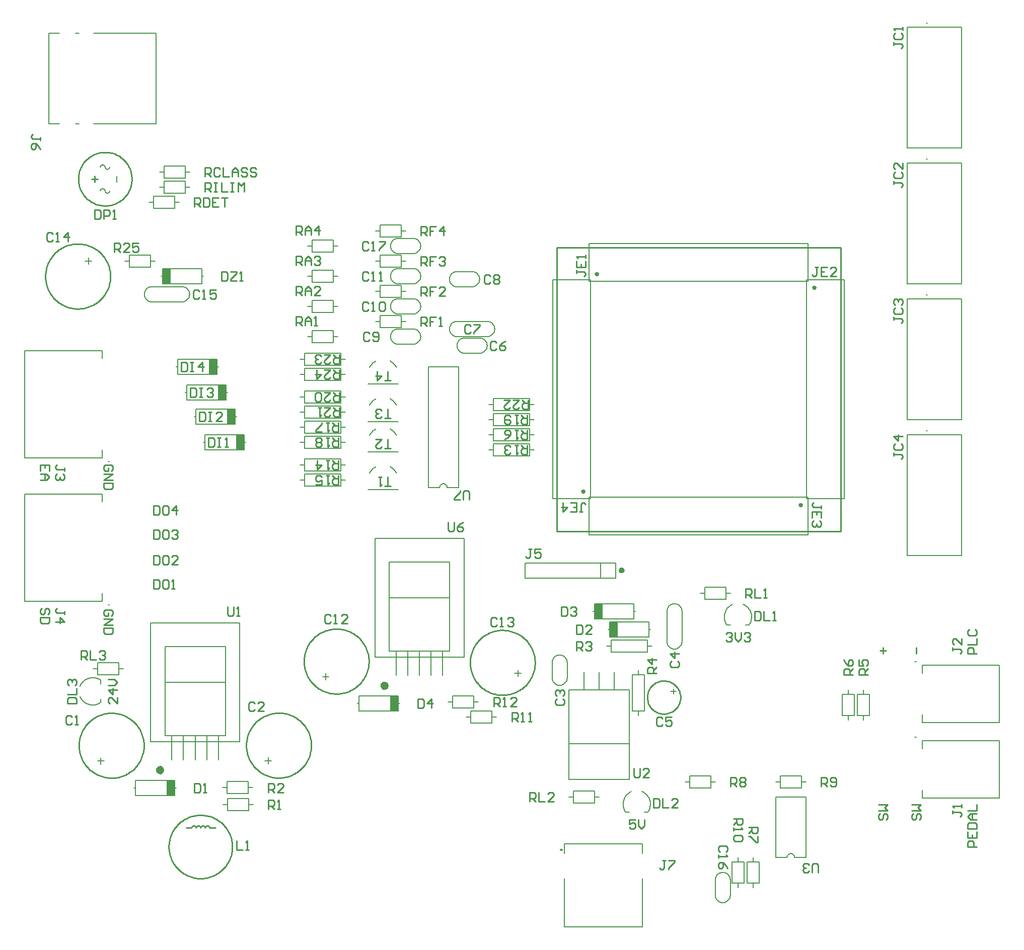
<source format=gto>
G04*
G04 #@! TF.GenerationSoftware,Altium Limited,Altium Designer,21.5.1 (32)*
G04*
G04 Layer_Color=65535*
%FSLAX25Y25*%
%MOIN*%
G70*
G04*
G04 #@! TF.SameCoordinates,C97E674D-CBD0-4417-8129-BB80065031B2*
G04*
G04*
G04 #@! TF.FilePolarity,Positive*
G04*
G01*
G75*
%ADD10C,0.01968*%
%ADD11C,0.00787*%
%ADD12C,0.01000*%
%ADD13C,0.01181*%
%ADD14C,0.02756*%
%ADD15C,0.00500*%
%ADD16R,0.05000X0.10000*%
D10*
X396000Y235000D02*
X395500Y235866D01*
X394500D01*
X394000Y235000D01*
X394500Y234134D01*
X395500D01*
X396000Y235000D01*
D11*
X50155Y162302D02*
X49295Y162861D01*
X48377Y163319D01*
X47414Y163670D01*
X46417Y163910D01*
X45399Y164035D01*
X44374Y164045D01*
X43354Y163939D01*
X42352Y163718D01*
X41382Y163385D01*
X40456Y162945D01*
X39586Y162403D01*
X38782Y161766D01*
X38056Y161042D01*
X37416Y160241D01*
X36870Y159372D01*
X36427Y158448D01*
Y151552D02*
X36870Y150628D01*
X37416Y149759D01*
X38056Y148958D01*
X38782Y148234D01*
X39586Y147597D01*
X40456Y147055D01*
X41382Y146615D01*
X42352Y146282D01*
X43354Y146061D01*
X44374Y145955D01*
X45399Y145965D01*
X46417Y146090D01*
X47414Y146330D01*
X48377Y146681D01*
X49295Y147139D01*
X50155Y147698D01*
X412302Y74845D02*
X412861Y75705D01*
X413318Y76623D01*
X413670Y77586D01*
X413910Y78583D01*
X414035Y79601D01*
X414045Y80626D01*
X413939Y81646D01*
X413718Y82648D01*
X413385Y83618D01*
X412945Y84544D01*
X412403Y85414D01*
X411766Y86218D01*
X411042Y86944D01*
X410241Y87584D01*
X409372Y88130D01*
X408448Y88573D01*
X401552D02*
X400628Y88130D01*
X399759Y87584D01*
X398958Y86944D01*
X398234Y86218D01*
X397597Y85414D01*
X397055Y84544D01*
X396615Y83618D01*
X396282Y82648D01*
X396061Y81646D01*
X395955Y80626D01*
X395965Y79601D01*
X396090Y78583D01*
X396330Y77586D01*
X396681Y76623D01*
X397139Y75705D01*
X397698Y74845D01*
X479302Y198845D02*
X479861Y199705D01*
X480318Y200623D01*
X480670Y201586D01*
X480910Y202583D01*
X481035Y203601D01*
X481045Y204626D01*
X480939Y205646D01*
X480718Y206648D01*
X480385Y207618D01*
X479945Y208544D01*
X479403Y209414D01*
X478766Y210218D01*
X478042Y210944D01*
X477241Y211584D01*
X476372Y212130D01*
X475448Y212573D01*
X468552D02*
X467628Y212130D01*
X466759Y211584D01*
X465958Y210944D01*
X465234Y210218D01*
X464597Y209414D01*
X464055Y208544D01*
X463615Y207618D01*
X463282Y206648D01*
X463061Y205646D01*
X462955Y204626D01*
X462965Y203601D01*
X463090Y202583D01*
X463330Y201586D01*
X463682Y200623D01*
X464139Y199705D01*
X464698Y198845D01*
X55740Y307205D02*
X54953D01*
X55740D01*
X54575Y500694D02*
X55688Y501155D01*
X56150Y502269D01*
X53000Y502269D02*
X53461Y501155D01*
X54575Y500694D01*
X53000Y502269D02*
X52539Y503382D01*
X51425Y503843D01*
X51425Y503843D02*
X50312Y503382D01*
X49850Y502269D01*
X51425Y488095D02*
X50312Y487634D01*
X49850Y486520D01*
X53000Y486520D02*
X52539Y487634D01*
X51425Y488095D01*
X53000Y486520D02*
X53461Y485407D01*
X54575Y484946D01*
X54575Y484946D02*
X55688Y485407D01*
X56150Y486520D01*
X84000Y423000D02*
X83025Y422904D01*
X82087Y422619D01*
X81222Y422157D01*
X80465Y421535D01*
X79843Y420778D01*
X79381Y419913D01*
X79096Y418975D01*
X79000Y418000D01*
X79096Y417025D01*
X79381Y416087D01*
X79843Y415222D01*
X80465Y414465D01*
X81222Y413843D01*
X82087Y413381D01*
X83025Y413096D01*
X84000Y413000D01*
X104000D02*
X104975Y413096D01*
X105913Y413381D01*
X106778Y413843D01*
X107536Y414465D01*
X108157Y415222D01*
X108619Y416087D01*
X108904Y417025D01*
X109000Y418000D01*
X108904Y418975D01*
X108619Y419913D01*
X108157Y420778D01*
X107536Y421535D01*
X106778Y422157D01*
X105913Y422619D01*
X104975Y422904D01*
X104000Y423000D01*
X247000Y455000D02*
X246024Y454904D01*
X245087Y454619D01*
X244222Y454157D01*
X243464Y453536D01*
X242843Y452778D01*
X242381Y451913D01*
X242096Y450976D01*
X242000Y450000D01*
X242096Y449024D01*
X242381Y448087D01*
X242843Y447222D01*
X243464Y446464D01*
X244222Y445843D01*
X245087Y445381D01*
X246024Y445096D01*
X247000Y445000D01*
X257000D02*
X257976Y445096D01*
X258913Y445381D01*
X259778Y445843D01*
X260536Y446464D01*
X261157Y447222D01*
X261619Y448087D01*
X261904Y449024D01*
X262000Y450000D01*
X261904Y450976D01*
X261619Y451913D01*
X261157Y452778D01*
X260536Y453536D01*
X259778Y454157D01*
X258913Y454619D01*
X257976Y454904D01*
X257000Y455000D01*
X247000Y435000D02*
X246024Y434904D01*
X245087Y434619D01*
X244222Y434157D01*
X243464Y433535D01*
X242843Y432778D01*
X242381Y431913D01*
X242096Y430975D01*
X242000Y430000D01*
X242096Y429025D01*
X242381Y428087D01*
X242843Y427222D01*
X243464Y426465D01*
X244222Y425843D01*
X245087Y425381D01*
X246024Y425096D01*
X247000Y425000D01*
X257000D02*
X257976Y425096D01*
X258913Y425381D01*
X259778Y425843D01*
X260536Y426465D01*
X261157Y427222D01*
X261619Y428087D01*
X261904Y429025D01*
X262000Y430000D01*
X261904Y430975D01*
X261619Y431913D01*
X261157Y432778D01*
X260536Y433535D01*
X259778Y434157D01*
X258913Y434619D01*
X257976Y434904D01*
X257000Y435000D01*
X247000Y415000D02*
X246024Y414904D01*
X245087Y414619D01*
X244222Y414157D01*
X243464Y413535D01*
X242843Y412778D01*
X242381Y411913D01*
X242096Y410976D01*
X242000Y410000D01*
X242096Y409024D01*
X242381Y408087D01*
X242843Y407222D01*
X243464Y406464D01*
X244222Y405843D01*
X245087Y405381D01*
X246024Y405096D01*
X247000Y405000D01*
X257000D02*
X257976Y405096D01*
X258913Y405381D01*
X259778Y405843D01*
X260536Y406464D01*
X261157Y407222D01*
X261619Y408087D01*
X261904Y409024D01*
X262000Y410000D01*
X261904Y410976D01*
X261619Y411913D01*
X261157Y412778D01*
X260536Y413535D01*
X259778Y414157D01*
X258913Y414619D01*
X257976Y414904D01*
X257000Y415000D01*
X247000Y395000D02*
X246024Y394904D01*
X245087Y394619D01*
X244222Y394157D01*
X243464Y393535D01*
X242843Y392778D01*
X242381Y391913D01*
X242096Y390975D01*
X242000Y390000D01*
X242096Y389024D01*
X242381Y388087D01*
X242843Y387222D01*
X243464Y386465D01*
X244222Y385843D01*
X245087Y385381D01*
X246024Y385096D01*
X247000Y385000D01*
X257000D02*
X257976Y385096D01*
X258913Y385381D01*
X259778Y385843D01*
X260536Y386465D01*
X261157Y387222D01*
X261619Y388087D01*
X261904Y389024D01*
X262000Y390000D01*
X261904Y390975D01*
X261619Y391913D01*
X261157Y392778D01*
X260536Y393535D01*
X259778Y394157D01*
X258913Y394619D01*
X257976Y394904D01*
X257000Y395000D01*
X597394Y327559D02*
X596606D01*
X597394D01*
Y597559D02*
X596606D01*
X597394D01*
Y507559D02*
X596606D01*
X597394D01*
Y417559D02*
X596606D01*
X597394D01*
X467000Y30000D02*
X466904Y30975D01*
X466619Y31913D01*
X466157Y32778D01*
X465535Y33536D01*
X464778Y34157D01*
X463913Y34619D01*
X462976Y34904D01*
X462000Y35000D01*
X461025Y34904D01*
X460087Y34619D01*
X459222Y34157D01*
X458464Y33536D01*
X457843Y32778D01*
X457381Y31913D01*
X457096Y30975D01*
X457000Y30000D01*
Y20000D02*
X457096Y19025D01*
X457381Y18087D01*
X457843Y17222D01*
X458464Y16465D01*
X459222Y15843D01*
X460087Y15381D01*
X461025Y15096D01*
X462000Y15000D01*
X462976Y15096D01*
X463913Y15381D01*
X464778Y15843D01*
X465535Y16465D01*
X466157Y17222D01*
X466619Y18087D01*
X466904Y19025D01*
X467000Y20000D01*
X590047Y124724D02*
X589260D01*
X590047D01*
Y174724D02*
X589260D01*
X590047D01*
X509500Y45000D02*
X509310Y45957D01*
X508768Y46768D01*
X507957Y47310D01*
X507000Y47500D01*
X506043Y47310D01*
X505232Y46768D01*
X504690Y45957D01*
X504500Y45000D01*
X55740Y212205D02*
X54953D01*
X55740D01*
X349000Y164000D02*
X349096Y163024D01*
X349381Y162087D01*
X349843Y161222D01*
X350465Y160465D01*
X351222Y159843D01*
X352087Y159381D01*
X353025Y159096D01*
X354000Y159000D01*
X354976Y159096D01*
X355913Y159381D01*
X356778Y159843D01*
X357536Y160465D01*
X358157Y161222D01*
X358619Y162087D01*
X358904Y163024D01*
X359000Y164000D01*
Y174000D02*
X358904Y174976D01*
X358619Y175913D01*
X358157Y176778D01*
X357536Y177535D01*
X356778Y178157D01*
X355913Y178619D01*
X354976Y178904D01*
X354000Y179000D01*
X353025Y178904D01*
X352087Y178619D01*
X351222Y178157D01*
X350465Y177535D01*
X349843Y176778D01*
X349381Y175913D01*
X349096Y174976D01*
X349000Y174000D01*
X435000Y208000D02*
X434904Y208976D01*
X434619Y209913D01*
X434157Y210778D01*
X433535Y211536D01*
X432778Y212157D01*
X431913Y212619D01*
X430975Y212904D01*
X430000Y213000D01*
X429025Y212904D01*
X428087Y212619D01*
X427222Y212157D01*
X426465Y211536D01*
X425843Y210778D01*
X425381Y209913D01*
X425096Y208976D01*
X425000Y208000D01*
Y188000D02*
X425096Y187024D01*
X425381Y186087D01*
X425843Y185222D01*
X426465Y184465D01*
X427222Y183843D01*
X428087Y183381D01*
X429025Y183096D01*
X430000Y183000D01*
X430975Y183096D01*
X431913Y183381D01*
X432778Y183843D01*
X433535Y184465D01*
X434157Y185222D01*
X434619Y186087D01*
X434904Y187024D01*
X435000Y188000D01*
X306000Y390000D02*
X306976Y390096D01*
X307913Y390381D01*
X308778Y390843D01*
X309536Y391464D01*
X310157Y392222D01*
X310619Y393087D01*
X310904Y394024D01*
X311000Y395000D01*
X310904Y395975D01*
X310619Y396913D01*
X310157Y397778D01*
X309536Y398535D01*
X308778Y399157D01*
X307913Y399619D01*
X306976Y399904D01*
X306000Y400000D01*
X286000D02*
X285024Y399904D01*
X284087Y399619D01*
X283222Y399157D01*
X282465Y398535D01*
X281843Y397778D01*
X281381Y396913D01*
X281096Y395975D01*
X281000Y395000D01*
X281096Y394024D01*
X281381Y393087D01*
X281843Y392222D01*
X282465Y391464D01*
X283222Y390843D01*
X284087Y390381D01*
X285024Y390096D01*
X286000Y390000D01*
X232528Y303944D02*
X231633Y303438D01*
X230795Y302842D01*
X230023Y302164D01*
X229324Y301409D01*
X228706Y300587D01*
X228176Y299706D01*
X245944Y299472D02*
X245438Y300367D01*
X244842Y301205D01*
X244163Y301977D01*
X243409Y302676D01*
X242587Y303294D01*
X241706Y303823D01*
X232528Y328944D02*
X231633Y328438D01*
X230795Y327842D01*
X230023Y327164D01*
X229324Y326409D01*
X228706Y325587D01*
X228176Y324706D01*
X245944Y324472D02*
X245438Y325367D01*
X244842Y326205D01*
X244163Y326977D01*
X243409Y327676D01*
X242587Y328294D01*
X241706Y328823D01*
X279500Y290000D02*
X279310Y290957D01*
X278768Y291768D01*
X277957Y292310D01*
X277000Y292500D01*
X276043Y292310D01*
X275232Y291768D01*
X274690Y290957D01*
X274500Y290000D01*
X232528Y348944D02*
X231633Y348438D01*
X230795Y347842D01*
X230023Y347164D01*
X229324Y346409D01*
X228706Y345587D01*
X228176Y344706D01*
X245944Y344472D02*
X245438Y345367D01*
X244842Y346205D01*
X244163Y346977D01*
X243409Y347676D01*
X242587Y348294D01*
X241706Y348823D01*
X232528Y373944D02*
X231633Y373438D01*
X230795Y372842D01*
X230023Y372164D01*
X229324Y371409D01*
X228706Y370587D01*
X228176Y369706D01*
X245944Y369472D02*
X245438Y370367D01*
X244842Y371205D01*
X244163Y371977D01*
X243409Y372676D01*
X242587Y373294D01*
X241706Y373823D01*
X301000Y379000D02*
X301975Y379096D01*
X302913Y379381D01*
X303778Y379843D01*
X304536Y380465D01*
X305157Y381222D01*
X305619Y382087D01*
X305904Y383025D01*
X306000Y384000D01*
X305904Y384976D01*
X305619Y385913D01*
X305157Y386778D01*
X304536Y387536D01*
X303778Y388157D01*
X302913Y388619D01*
X301975Y388904D01*
X301000Y389000D01*
X291000D02*
X290024Y388904D01*
X289087Y388619D01*
X288222Y388157D01*
X287464Y387536D01*
X286843Y386778D01*
X286381Y385913D01*
X286096Y384976D01*
X286000Y384000D01*
X286096Y383025D01*
X286381Y382087D01*
X286843Y381222D01*
X287464Y380465D01*
X288222Y379843D01*
X289087Y379381D01*
X290024Y379096D01*
X291000Y379000D01*
X296000Y423000D02*
X296975Y423096D01*
X297913Y423381D01*
X298778Y423843D01*
X299535Y424465D01*
X300157Y425222D01*
X300619Y426087D01*
X300904Y427025D01*
X301000Y428000D01*
X300904Y428975D01*
X300619Y429913D01*
X300157Y430778D01*
X299535Y431535D01*
X298778Y432157D01*
X297913Y432619D01*
X296975Y432904D01*
X296000Y433000D01*
X286000D02*
X285024Y432904D01*
X284087Y432619D01*
X283222Y432157D01*
X282465Y431535D01*
X281843Y430778D01*
X281381Y429913D01*
X281096Y428975D01*
X281000Y428000D01*
X281096Y427025D01*
X281381Y426087D01*
X281843Y425222D01*
X282465Y424465D01*
X283222Y423843D01*
X284087Y423381D01*
X285024Y423096D01*
X286000Y423000D01*
X45000Y170000D02*
X48000D01*
Y166000D02*
X62000D01*
X48000Y174000D02*
X62000D01*
X48000Y166000D02*
Y174000D01*
X62000Y166000D02*
Y174000D01*
Y170000D02*
X65000D01*
X50155Y160000D02*
Y162302D01*
Y147698D02*
Y150000D01*
X377000Y85000D02*
X380000D01*
X363000Y89000D02*
X377000D01*
X363000Y81000D02*
X377000D01*
Y89000D01*
X363000Y81000D02*
Y89000D01*
X360000Y85000D02*
X363000D01*
X410000Y74845D02*
X412302D01*
X397698D02*
X400000D01*
X477000Y198845D02*
X479302D01*
X464698D02*
X467000D01*
X464000Y220000D02*
X467000D01*
X450000Y224000D02*
X464000D01*
X450000Y216000D02*
X464000D01*
Y224000D01*
X450000Y216000D02*
Y224000D01*
X447000Y220000D02*
X450000D01*
X119000Y325000D02*
X145000D01*
Y320000D02*
X146000D01*
X118000D02*
X119000D01*
X140000Y315000D02*
Y325000D01*
X119000Y315000D02*
X145000D01*
Y325000D01*
X119000Y315000D02*
Y325000D01*
X113000Y342000D02*
X139000D01*
Y337000D02*
X140000D01*
X112000D02*
X113000D01*
X134000Y332000D02*
Y342000D01*
X113000Y332000D02*
X139000D01*
Y342000D01*
X113000Y332000D02*
Y342000D01*
X101000Y375000D02*
X127000D01*
Y370000D02*
X128000D01*
X100000D02*
X101000D01*
X122000Y365000D02*
Y375000D01*
X101000Y365000D02*
X127000D01*
Y375000D01*
X101000Y365000D02*
Y375000D01*
X107000Y358000D02*
X133000D01*
Y353000D02*
X134000D01*
X106000D02*
X107000D01*
X128000Y348000D02*
Y358000D01*
X107000Y348000D02*
X133000D01*
Y358000D01*
X107000Y348000D02*
Y358000D01*
X514000Y95000D02*
X517000D01*
X514000Y91000D02*
Y99000D01*
X500000Y91000D02*
Y99000D01*
X514000D01*
X500000Y91000D02*
X514000D01*
X497000Y95000D02*
X500000D01*
X518500Y426500D02*
Y451500D01*
X373500Y426500D02*
Y451500D01*
X518500D01*
X373500Y426500D02*
X518500D01*
X232000Y460000D02*
X235000D01*
Y456000D02*
X249000D01*
X235000Y464000D02*
X249000D01*
X235000Y456000D02*
Y464000D01*
X249000Y456000D02*
Y464000D01*
Y460000D02*
X252000D01*
X232000Y440000D02*
X235000D01*
Y436000D02*
X249000D01*
X235000Y444000D02*
X249000D01*
X235000Y436000D02*
Y444000D01*
X249000Y436000D02*
Y444000D01*
Y440000D02*
X252000D01*
X232000Y420000D02*
X235000D01*
Y416000D02*
X249000D01*
X235000Y424000D02*
X249000D01*
X235000Y416000D02*
Y424000D01*
X249000Y416000D02*
Y424000D01*
Y420000D02*
X252000D01*
X232000Y400000D02*
X235000D01*
Y396000D02*
X249000D01*
X235000Y404000D02*
X249000D01*
X235000Y396000D02*
Y404000D01*
X249000Y396000D02*
Y404000D01*
Y400000D02*
X252000D01*
X204000Y390000D02*
X207000D01*
X190000Y394000D02*
X204000D01*
X190000Y386000D02*
X204000D01*
Y394000D01*
X190000Y386000D02*
Y394000D01*
X187000Y390000D02*
X190000D01*
X204000Y410000D02*
X207000D01*
X190000Y414000D02*
X204000D01*
X190000Y406000D02*
X204000D01*
Y414000D01*
X190000Y406000D02*
Y414000D01*
X187000Y410000D02*
X190000D01*
X204000Y430000D02*
X207000D01*
X190000Y434000D02*
X204000D01*
X190000Y426000D02*
X204000D01*
Y434000D01*
X190000Y426000D02*
Y434000D01*
X187000Y430000D02*
X190000D01*
X204000Y450000D02*
X207000D01*
X190000Y454000D02*
X204000D01*
X190000Y446000D02*
X204000D01*
Y454000D01*
X190000Y446000D02*
Y454000D01*
X187000Y450000D02*
X190000D01*
X66000Y440000D02*
X69000D01*
Y436000D02*
Y444000D01*
X83000Y436000D02*
Y444000D01*
X69000Y436000D02*
X83000D01*
X69000Y444000D02*
X83000D01*
Y440000D02*
X86000D01*
X89000Y499000D02*
X92000D01*
Y495000D02*
Y503000D01*
X106000Y495000D02*
Y503000D01*
X92000Y495000D02*
X106000D01*
X92000Y503000D02*
X106000D01*
Y499000D02*
X109000D01*
X82000Y479000D02*
X85000D01*
Y475000D02*
Y483000D01*
X99000Y475000D02*
Y483000D01*
X85000Y475000D02*
X99000D01*
X85000Y483000D02*
X99000D01*
Y479000D02*
X102000D01*
X89000Y489000D02*
X92000D01*
Y485000D02*
Y493000D01*
X106000Y485000D02*
Y493000D01*
X92000Y485000D02*
X106000D01*
X92000Y493000D02*
X106000D01*
Y489000D02*
X109000D01*
X60874Y492426D02*
Y496363D01*
X15605Y530970D02*
Y590970D01*
X45505Y530970D02*
X86605D01*
Y590970D01*
X15605Y530970D02*
X22805D01*
X15605Y590970D02*
X22805D01*
X33405Y530970D02*
X35705D01*
X33405Y590970D02*
X35705D01*
X45505D02*
X86605D01*
X91000Y425000D02*
X117000D01*
X90000Y430000D02*
X91000D01*
X117000D02*
X118000D01*
X96000Y425000D02*
Y435000D01*
X91000D02*
X117000D01*
X91000Y425000D02*
Y435000D01*
X117000Y425000D02*
Y435000D01*
X84000Y423000D02*
X104000D01*
X84000Y413000D02*
X104000D01*
X247000Y445000D02*
X257000D01*
X247000Y455000D02*
X257000D01*
X247000Y425000D02*
X257000D01*
X247000Y435000D02*
X257000D01*
X247000Y405000D02*
X257000D01*
X247000Y415000D02*
X257000D01*
X247000Y385000D02*
X257000D01*
X247000Y395000D02*
X257000D01*
X545000Y153000D02*
Y156000D01*
X541000Y153000D02*
X549000D01*
X541000Y139000D02*
X549000D01*
X541000D02*
Y153000D01*
X549000Y139000D02*
Y153000D01*
X545000Y136000D02*
Y139000D01*
X555000Y136000D02*
Y139000D01*
X551000D02*
X559000D01*
X551000Y153000D02*
X559000D01*
Y139000D02*
Y153000D01*
X551000Y139000D02*
Y153000D01*
X555000D02*
Y156000D01*
X457000Y20000D02*
Y30000D01*
X467000Y20000D02*
Y30000D01*
X472000Y25000D02*
Y28000D01*
X468000D02*
X476000D01*
X468000Y42000D02*
X476000D01*
Y28000D02*
Y42000D01*
X468000Y28000D02*
Y42000D01*
X472000D02*
Y45000D01*
X482000Y25000D02*
Y28000D01*
X478000D02*
X486000D01*
X478000Y42000D02*
X486000D01*
Y28000D02*
Y42000D01*
X478000Y28000D02*
Y42000D01*
X482000D02*
Y45000D01*
X454000Y95000D02*
X457000D01*
X454000Y91000D02*
Y99000D01*
X440000Y91000D02*
Y99000D01*
X454000D01*
X440000Y91000D02*
X454000D01*
X437000Y95000D02*
X440000D01*
X497000Y45000D02*
Y85000D01*
X509500Y45000D02*
X517000D01*
X497000D02*
X504500D01*
X517000D02*
Y85000D01*
X497000D02*
X517000D01*
X374500Y282500D02*
Y427500D01*
X349500Y282500D02*
Y427500D01*
Y282500D02*
X374500D01*
X349500Y427500D02*
X374500D01*
X373500Y283500D02*
X518500D01*
X373500Y258500D02*
X518500D01*
Y283500D01*
X373500Y258500D02*
Y283500D01*
X517500Y282500D02*
Y427500D01*
X542500Y282500D02*
Y427500D01*
X517500D02*
X542500D01*
X517500Y282500D02*
X542500D01*
X377000Y203000D02*
X403000D01*
X376000Y208000D02*
X377000D01*
X403000D02*
X404000D01*
X382000Y203000D02*
Y213000D01*
X377000D02*
X403000D01*
X377000Y203000D02*
Y213000D01*
X403000Y203000D02*
Y213000D01*
X297158Y148000D02*
X300157D01*
X297158Y144000D02*
Y152000D01*
X283157Y144000D02*
Y152000D01*
X297158D01*
X283157Y144000D02*
X297158D01*
X280157Y148000D02*
X283157D01*
X292000Y138000D02*
X295000D01*
Y134000D02*
X309000D01*
X295000Y142000D02*
X309000D01*
X295000Y134000D02*
Y142000D01*
X309000Y134000D02*
Y142000D01*
Y138000D02*
X312000D01*
X359000Y164000D02*
Y174000D01*
X349000Y164000D02*
Y174000D01*
X370000Y155811D02*
Y167500D01*
X380000Y155811D02*
Y167500D01*
X390000Y155811D02*
Y167500D01*
X360000Y155811D02*
X400000D01*
X360000Y96756D02*
X400000D01*
X360000D02*
Y155811D01*
X400000Y96756D02*
Y155811D01*
X360000Y120378D02*
X400000D01*
X412000Y181000D02*
Y189000D01*
X388000Y181000D02*
X412000D01*
X388000D02*
Y189000D01*
X412000D01*
Y185000D02*
X415000D01*
X385000D02*
X388000D01*
X387000Y191000D02*
X413000D01*
X386000Y196000D02*
X387000D01*
X413000D02*
X414000D01*
X392000Y191000D02*
Y201000D01*
X387000D02*
X413000D01*
X387000Y191000D02*
Y201000D01*
X413000Y191000D02*
Y201000D01*
X402000Y142000D02*
X410000D01*
X402000D02*
Y166000D01*
X410000D01*
Y142000D02*
Y166000D01*
X406000Y139000D02*
Y142000D01*
Y166000D02*
Y169000D01*
X435000Y188000D02*
Y208000D01*
X425000Y188000D02*
Y208000D01*
X334000Y311000D02*
Y319000D01*
X310000Y311000D02*
X334000D01*
X310000D02*
Y319000D01*
X334000D01*
Y315000D02*
X337000D01*
X307000D02*
X310000D01*
X381000Y230000D02*
Y240000D01*
X391000Y230000D02*
Y240000D01*
X331000Y230000D02*
X391000D01*
X331000D02*
Y240000D01*
X391000D01*
X307000Y335000D02*
X310000D01*
X334000D02*
X337000D01*
X310000Y339000D02*
X334000D01*
X310000Y331000D02*
Y339000D01*
Y331000D02*
X334000D01*
Y339000D01*
X286000Y390000D02*
X306000D01*
X286000Y400000D02*
X306000D01*
X334000Y321000D02*
Y329000D01*
X310000Y321000D02*
X334000D01*
X310000D02*
Y329000D01*
X334000D01*
Y325000D02*
X337000D01*
X307000D02*
X310000D01*
X334000Y341000D02*
Y349000D01*
X310000Y341000D02*
X334000D01*
X310000D02*
Y349000D01*
X334000D01*
Y345000D02*
X337000D01*
X307000D02*
X310000D01*
X73234Y96077D02*
X99234D01*
Y91077D02*
X100234D01*
X72234D02*
X73234D01*
X94234Y86077D02*
Y96077D01*
X73234Y86077D02*
X99234D01*
Y96077D01*
X73234Y86077D02*
Y96077D01*
X147923Y91234D02*
X150923D01*
X147923Y87234D02*
Y95234D01*
X133923Y87234D02*
Y95234D01*
X147923D01*
X133923Y87234D02*
X147923D01*
X130923Y91234D02*
X133923D01*
X131000Y80000D02*
X134000D01*
Y76000D02*
X148000D01*
X134000Y84000D02*
X148000D01*
X134000Y76000D02*
Y84000D01*
X148000Y76000D02*
Y84000D01*
Y80000D02*
X151000D01*
X221158Y142000D02*
Y152000D01*
X247158Y142000D02*
Y152000D01*
X221158Y142000D02*
X247158D01*
X242158D02*
Y152000D01*
X220158Y147000D02*
X221158D01*
X247158D02*
X248158D01*
X221158Y152000D02*
X247158D01*
X209000Y316000D02*
Y324000D01*
X185000Y316000D02*
X209000D01*
X185000D02*
Y324000D01*
X209000D01*
Y320000D02*
X212000D01*
X182000D02*
X185000D01*
X209000Y301000D02*
Y309000D01*
X185000Y301000D02*
X209000D01*
X185000D02*
Y309000D01*
X209000D01*
Y305000D02*
X212000D01*
X182000D02*
X185000D01*
X209000Y291000D02*
Y299000D01*
X185000Y291000D02*
X209000D01*
X185000D02*
Y299000D01*
X209000D01*
Y295000D02*
X212000D01*
X182000D02*
X185000D01*
X227000Y288500D02*
X247000D01*
X227000Y313500D02*
X247000D01*
X287000Y290000D02*
Y370000D01*
X267000Y290000D02*
X274500D01*
X279500D02*
X287000D01*
X267000D02*
Y370000D01*
X287000D01*
X209000Y336000D02*
Y344000D01*
X185000Y336000D02*
X209000D01*
X185000D02*
Y344000D01*
X209000D01*
Y340000D02*
X212000D01*
X182000D02*
X185000D01*
X209000Y326000D02*
Y334000D01*
X185000Y326000D02*
X209000D01*
X185000D02*
Y334000D01*
X209000D01*
Y330000D02*
X212000D01*
X182000D02*
X185000D01*
X209000Y346000D02*
Y354000D01*
X185000Y346000D02*
X209000D01*
X185000D02*
Y354000D01*
X209000D01*
Y350000D02*
X212000D01*
X182000D02*
X185000D01*
X209000Y361000D02*
Y369000D01*
X185000Y361000D02*
X209000D01*
X185000D02*
Y369000D01*
X209000D01*
Y365000D02*
X212000D01*
X182000D02*
X185000D01*
X209000Y371000D02*
Y379000D01*
X185000Y371000D02*
X209000D01*
X185000D02*
Y379000D01*
X209000D01*
Y375000D02*
X212000D01*
X182000D02*
X185000D01*
X227000Y333500D02*
X247000D01*
X227000Y358500D02*
X247000D01*
X291000Y389000D02*
X301000D01*
X291000Y379000D02*
X301000D01*
X286000Y433000D02*
X296000D01*
X286000Y423000D02*
X296000D01*
D12*
X379500Y431500D02*
X379000Y432366D01*
X378000D01*
X377500Y431500D01*
X378000Y430634D01*
X379000D01*
X379500Y431500D01*
X378646D02*
X377907Y431926D01*
Y431074D01*
X378646Y431500D01*
X70717Y494394D02*
X70688Y495397D01*
X70603Y496396D01*
X70462Y497389D01*
X70264Y498372D01*
X70012Y499342D01*
X69705Y500297D01*
X69344Y501232D01*
X68931Y502146D01*
X68467Y503035D01*
X67953Y503896D01*
X67392Y504727D01*
X66784Y505524D01*
X66132Y506286D01*
X65438Y507010D01*
X64705Y507694D01*
X63934Y508335D01*
X63127Y508931D01*
X62289Y509481D01*
X61421Y509982D01*
X60525Y510433D01*
X59606Y510834D01*
X58665Y511181D01*
X57706Y511475D01*
X56732Y511714D01*
X55747Y511897D01*
X54752Y512024D01*
X53752Y512095D01*
X52749Y512109D01*
X51748Y512067D01*
X50750Y511968D01*
X49759Y511812D01*
X48779Y511601D01*
X47812Y511335D01*
X46862Y511014D01*
X45932Y510640D01*
X45024Y510214D01*
X44142Y509737D01*
X43288Y509212D01*
X42465Y508639D01*
X41676Y508020D01*
X40924Y507357D01*
X40209Y506653D01*
X39536Y505910D01*
X38906Y505130D01*
X38322Y504315D01*
X37784Y503469D01*
X37295Y502594D01*
X36856Y501692D01*
X36469Y500767D01*
X36135Y499822D01*
X35855Y498859D01*
X35630Y497882D01*
X35461Y496893D01*
X35347Y495897D01*
X35291Y494896D01*
X35291Y493893D01*
X35347Y492892D01*
X35461Y491896D01*
X35630Y490907D01*
X35855Y489930D01*
X36135Y488968D01*
X36469Y488022D01*
X36856Y487097D01*
X37295Y486196D01*
X37784Y485320D01*
X38322Y484474D01*
X38906Y483659D01*
X39536Y482879D01*
X40209Y482136D01*
X40923Y481432D01*
X41676Y480769D01*
X42465Y480151D01*
X43288Y479577D01*
X44142Y479052D01*
X45024Y478575D01*
X45932Y478149D01*
X46862Y477775D01*
X47812Y477455D01*
X48779Y477188D01*
X49759Y476977D01*
X50750Y476822D01*
X51748Y476722D01*
X52749Y476680D01*
X53752Y476694D01*
X54752Y476765D01*
X55747Y476892D01*
X56732Y477076D01*
X57706Y477315D01*
X58665Y477608D01*
X59606Y477956D01*
X60525Y478356D01*
X61421Y478807D01*
X62289Y479308D01*
X63127Y479858D01*
X63934Y480454D01*
X64705Y481095D01*
X65438Y481779D01*
X66132Y482503D01*
X66784Y483265D01*
X67392Y484062D01*
X67953Y484893D01*
X68467Y485754D01*
X68931Y486643D01*
X69344Y487557D01*
X69705Y488492D01*
X70012Y489447D01*
X70264Y490417D01*
X70462Y491400D01*
X70603Y492393D01*
X70688Y493392D01*
X70717Y494394D01*
X56500Y429918D02*
X56477Y430919D01*
X56407Y431917D01*
X56291Y432911D01*
X56129Y433898D01*
X55920Y434877D01*
X55667Y435845D01*
X55369Y436800D01*
X55027Y437740D01*
X54641Y438663D01*
X54213Y439568D01*
X53743Y440451D01*
X53233Y441312D01*
X52683Y442148D01*
X52095Y442957D01*
X51470Y443738D01*
X50809Y444490D01*
X50114Y445209D01*
X49386Y445896D01*
X48627Y446548D01*
X47839Y447164D01*
X47023Y447743D01*
X46180Y448283D01*
X45314Y448783D01*
X44425Y449242D01*
X43516Y449660D01*
X42588Y450035D01*
X41644Y450366D01*
X40685Y450653D01*
X39715Y450895D01*
X38733Y451092D01*
X37744Y451242D01*
X36749Y451347D01*
X35750Y451405D01*
X34750Y451417D01*
X33750Y451382D01*
X32753Y451301D01*
X31760Y451173D01*
X30775Y450999D01*
X29799Y450780D01*
X28834Y450515D01*
X27882Y450206D01*
X26946Y449853D01*
X26027Y449457D01*
X25128Y449018D01*
X24250Y448538D01*
X23395Y448018D01*
X22566Y447458D01*
X21763Y446861D01*
X20989Y446226D01*
X20246Y445557D01*
X19534Y444853D01*
X18856Y444118D01*
X18213Y443351D01*
X17606Y442556D01*
X17037Y441733D01*
X16507Y440884D01*
X16017Y440012D01*
X15568Y439118D01*
X15161Y438204D01*
X14797Y437272D01*
X14476Y436324D01*
X14201Y435362D01*
X13970Y434388D01*
X13785Y433405D01*
X13645Y432414D01*
X13552Y431418D01*
X13506Y430419D01*
Y429418D01*
X13552Y428419D01*
X13645Y427422D01*
X13785Y426432D01*
X13970Y425448D01*
X14201Y424475D01*
X14476Y423513D01*
X14797Y422565D01*
X15161Y421633D01*
X15568Y420719D01*
X16017Y419825D01*
X16507Y418952D01*
X17037Y418104D01*
X17606Y417281D01*
X18213Y416485D01*
X18856Y415719D01*
X19534Y414983D01*
X20246Y414280D01*
X20989Y413610D01*
X21763Y412976D01*
X22566Y412379D01*
X23395Y411819D01*
X24250Y411299D01*
X25128Y410819D01*
X26027Y410380D01*
X26946Y409984D01*
X27882Y409631D01*
X28834Y409322D01*
X29799Y409057D01*
X30775Y408838D01*
X31760Y408664D01*
X32753Y408536D01*
X33750Y408455D01*
X34750Y408420D01*
X35750Y408431D01*
X36749Y408490D01*
X37744Y408594D01*
X38734Y408745D01*
X39715Y408942D01*
X40685Y409184D01*
X41644Y409471D01*
X42588Y409802D01*
X43516Y410177D01*
X44425Y410594D01*
X45314Y411054D01*
X46180Y411554D01*
X47023Y412094D01*
X47839Y412673D01*
X48627Y413289D01*
X49386Y413941D01*
X50114Y414627D01*
X50809Y415347D01*
X51470Y416098D01*
X52095Y416880D01*
X52683Y417689D01*
X53233Y418525D01*
X53743Y419386D01*
X54213Y420269D01*
X54641Y421173D01*
X55027Y422097D01*
X55369Y423037D01*
X55667Y423992D01*
X55920Y424960D01*
X56129Y425939D01*
X56291Y426926D01*
X56407Y427920D01*
X56477Y428918D01*
X56500Y429918D01*
X369992Y287154D02*
X369254Y287580D01*
Y286727D01*
X369992Y287154D01*
X370500Y287500D02*
X370000Y288366D01*
X369000D01*
X368500Y287500D01*
X369000Y286634D01*
X370000D01*
X370500Y287500D01*
X514339Y278500D02*
X513600Y278926D01*
Y278074D01*
X514339Y278500D01*
X514500D02*
X514000Y279366D01*
X513000D01*
X512500Y278500D01*
X513000Y277634D01*
X514000D01*
X514500Y278500D01*
X522992Y422847D02*
X522254Y423273D01*
Y422420D01*
X522992Y422847D01*
X523500Y422500D02*
X523000Y423366D01*
X522000D01*
X521500Y422500D01*
X522000Y421634D01*
X523000D01*
X523500Y422500D01*
X337657Y174000D02*
X337634Y175000D01*
X337564Y175998D01*
X337448Y176992D01*
X337286Y177980D01*
X337078Y178958D01*
X336825Y179926D01*
X336526Y180881D01*
X336184Y181822D01*
X335799Y182745D01*
X335371Y183649D01*
X334901Y184533D01*
X334390Y185393D01*
X333841Y186229D01*
X333253Y187039D01*
X332627Y187820D01*
X331967Y188571D01*
X331272Y189291D01*
X330544Y189978D01*
X329785Y190630D01*
X328996Y191246D01*
X328180Y191824D01*
X327338Y192364D01*
X326471Y192865D01*
X325583Y193324D01*
X324673Y193742D01*
X323745Y194116D01*
X322801Y194448D01*
X321843Y194735D01*
X320872Y194977D01*
X319891Y195173D01*
X318902Y195324D01*
X317907Y195429D01*
X316908Y195487D01*
X315907Y195499D01*
X314907Y195464D01*
X313910Y195382D01*
X312918Y195255D01*
X311932Y195081D01*
X310956Y194861D01*
X309991Y194597D01*
X309040Y194288D01*
X308103Y193935D01*
X307185Y193538D01*
X306285Y193099D01*
X305408Y192620D01*
X304553Y192099D01*
X303723Y191540D01*
X302921Y190942D01*
X302147Y190308D01*
X301403Y189639D01*
X300692Y188935D01*
X300014Y188199D01*
X299370Y187433D01*
X298764Y186637D01*
X298195Y185814D01*
X297664Y184966D01*
X297174Y184094D01*
X296725Y183200D01*
X296318Y182285D01*
X295954Y181353D01*
X295634Y180405D01*
X295358Y179444D01*
X295127Y178470D01*
X294942Y177487D01*
X294803Y176496D01*
X294710Y175500D01*
X294663Y174500D01*
Y173500D01*
X294710Y172500D01*
X294803Y171504D01*
X294942Y170513D01*
X295127Y169530D01*
X295358Y168556D01*
X295634Y167595D01*
X295954Y166647D01*
X296318Y165715D01*
X296725Y164801D01*
X297174Y163906D01*
X297664Y163034D01*
X298195Y162186D01*
X298764Y161363D01*
X299370Y160567D01*
X300014Y159801D01*
X300692Y159065D01*
X301403Y158361D01*
X302147Y157692D01*
X302921Y157058D01*
X303723Y156460D01*
X304553Y155901D01*
X305408Y155380D01*
X306285Y154900D01*
X307185Y154462D01*
X308103Y154066D01*
X309040Y153712D01*
X309991Y153403D01*
X310956Y153139D01*
X311932Y152919D01*
X312918Y152745D01*
X313910Y152618D01*
X314907Y152536D01*
X315907Y152501D01*
X316908Y152513D01*
X317907Y152571D01*
X318902Y152676D01*
X319891Y152827D01*
X320872Y153023D01*
X321843Y153265D01*
X322801Y153552D01*
X323745Y153884D01*
X324673Y154258D01*
X325583Y154676D01*
X326471Y155135D01*
X327338Y155636D01*
X328180Y156176D01*
X328996Y156754D01*
X329785Y157370D01*
X330544Y158022D01*
X331272Y158709D01*
X331967Y159429D01*
X332627Y160180D01*
X333253Y160961D01*
X333841Y161771D01*
X334390Y162607D01*
X334901Y163467D01*
X335371Y164351D01*
X335799Y165255D01*
X336184Y166178D01*
X336526Y167119D01*
X336825Y168074D01*
X337078Y169042D01*
X337286Y170020D01*
X337448Y171008D01*
X337564Y172002D01*
X337634Y173000D01*
X337657Y174000D01*
X434000Y151000D02*
X433954Y152000D01*
X433818Y152992D01*
X433592Y153968D01*
X433278Y154919D01*
X432879Y155837D01*
X432399Y156715D01*
X431840Y157546D01*
X431208Y158323D01*
X430508Y159039D01*
X429746Y159689D01*
X428928Y160266D01*
X428061Y160767D01*
X427152Y161187D01*
X426208Y161522D01*
X425238Y161770D01*
X424249Y161929D01*
X423250Y161997D01*
X422249Y161974D01*
X421254Y161861D01*
X420274Y161657D01*
X419316Y161365D01*
X418389Y160987D01*
X417500Y160526D01*
X416656Y159987D01*
X415866Y159373D01*
X415134Y158689D01*
X414467Y157942D01*
X413871Y157137D01*
X413351Y156282D01*
X412911Y155382D01*
X412554Y154447D01*
X412284Y153483D01*
X412103Y152498D01*
X412011Y151501D01*
Y150499D01*
X412103Y149502D01*
X412284Y148517D01*
X412554Y147553D01*
X412911Y146618D01*
X413351Y145718D01*
X413871Y144863D01*
X414467Y144058D01*
X415134Y143311D01*
X415866Y142627D01*
X416656Y142013D01*
X417500Y141474D01*
X418389Y141013D01*
X419316Y140635D01*
X420274Y140343D01*
X421254Y140139D01*
X422249Y140026D01*
X423250Y140003D01*
X424249Y140071D01*
X425238Y140230D01*
X426208Y140478D01*
X427152Y140814D01*
X428061Y141233D01*
X428928Y141734D01*
X429746Y142311D01*
X430508Y142961D01*
X431208Y143677D01*
X431840Y144454D01*
X432399Y145284D01*
X432879Y146163D01*
X433278Y147081D01*
X433592Y148032D01*
X433818Y149008D01*
X433954Y150000D01*
X434000Y151000D01*
X78734Y119077D02*
X78711Y120077D01*
X78641Y121075D01*
X78525Y122069D01*
X78363Y123056D01*
X78155Y124035D01*
X77901Y125003D01*
X77603Y125958D01*
X77261Y126898D01*
X76875Y127822D01*
X76447Y128726D01*
X75977Y129609D01*
X75467Y130470D01*
X74917Y131306D01*
X74329Y132115D01*
X73704Y132897D01*
X73043Y133648D01*
X72348Y134368D01*
X71621Y135054D01*
X70862Y135706D01*
X70073Y136322D01*
X69257Y136901D01*
X68414Y137441D01*
X67548Y137941D01*
X66659Y138401D01*
X65750Y138818D01*
X64822Y139193D01*
X63878Y139524D01*
X62919Y139811D01*
X61949Y140053D01*
X60968Y140250D01*
X59978Y140401D01*
X58983Y140505D01*
X57985Y140564D01*
X56984Y140575D01*
X55984Y140540D01*
X54987Y140459D01*
X53994Y140331D01*
X53009Y140157D01*
X52033Y139938D01*
X51068Y139673D01*
X50116Y139364D01*
X49180Y139011D01*
X48261Y138615D01*
X47362Y138176D01*
X46484Y137696D01*
X45630Y137176D01*
X44800Y136616D01*
X43997Y136019D01*
X43224Y135385D01*
X42480Y134715D01*
X41768Y134012D01*
X41090Y133276D01*
X40447Y132510D01*
X39840Y131714D01*
X39271Y130891D01*
X38741Y130043D01*
X38251Y129170D01*
X37802Y128276D01*
X37395Y127362D01*
X37031Y126430D01*
X36711Y125482D01*
X36435Y124520D01*
X36204Y123547D01*
X36019Y122564D01*
X35879Y121573D01*
X35787Y120576D01*
X35740Y119577D01*
Y118576D01*
X35787Y117577D01*
X35879Y116581D01*
X36019Y115590D01*
X36204Y114606D01*
X36435Y113633D01*
X36711Y112671D01*
X37031Y111723D01*
X37395Y110791D01*
X37802Y109877D01*
X38251Y108983D01*
X38741Y108111D01*
X39271Y107262D01*
X39840Y106439D01*
X40447Y105644D01*
X41090Y104877D01*
X41768Y104141D01*
X42480Y103438D01*
X43224Y102769D01*
X43997Y102134D01*
X44800Y101537D01*
X45630Y100977D01*
X46484Y100457D01*
X47362Y99977D01*
X48261Y99538D01*
X49180Y99142D01*
X50116Y98789D01*
X51068Y98480D01*
X52033Y98215D01*
X53009Y97996D01*
X53995Y97822D01*
X54987Y97694D01*
X55984Y97613D01*
X56984Y97578D01*
X57985Y97590D01*
X58983Y97648D01*
X59978Y97752D01*
X60968Y97903D01*
X61949Y98100D01*
X62919Y98342D01*
X63878Y98629D01*
X64822Y98960D01*
X65750Y99335D01*
X66659Y99753D01*
X67548Y100212D01*
X68414Y100712D01*
X69257Y101252D01*
X70073Y101831D01*
X70862Y102447D01*
X71621Y103099D01*
X72348Y103786D01*
X73043Y104505D01*
X73704Y105257D01*
X74329Y106038D01*
X74917Y106847D01*
X75467Y107683D01*
X75977Y108544D01*
X76447Y109427D01*
X76875Y110332D01*
X77261Y111255D01*
X77603Y112195D01*
X77901Y113150D01*
X78155Y114118D01*
X78363Y115097D01*
X78525Y116084D01*
X78641Y117078D01*
X78711Y118076D01*
X78734Y119077D01*
X113234Y64500D02*
X112948Y65382D01*
X112198Y65927D01*
X111271D01*
X110521Y65382D01*
X110234Y64500D01*
X122234D02*
X121948Y65382D01*
X121198Y65927D01*
X120271D01*
X119521Y65382D01*
X119234Y64500D01*
X118948Y65382D01*
X118198Y65927D01*
X117271D01*
X116521Y65382D01*
X116234Y64500D01*
X115948Y65382D01*
X115198Y65927D01*
X114271D01*
X113521Y65382D01*
X113234Y64500D01*
X137234Y52000D02*
X137210Y52999D01*
X137139Y53996D01*
X137020Y54989D01*
X136855Y55974D01*
X136642Y56951D01*
X136383Y57916D01*
X136079Y58868D01*
X135730Y59805D01*
X135336Y60724D01*
X134900Y61623D01*
X134421Y62500D01*
X133900Y63354D01*
X133340Y64181D01*
X132741Y64981D01*
X132105Y65752D01*
X131433Y66492D01*
X130726Y67198D01*
X129986Y67871D01*
X129216Y68507D01*
X128415Y69106D01*
X127588Y69666D01*
X126734Y70187D01*
X125857Y70666D01*
X124958Y71102D01*
X124039Y71496D01*
X123103Y71845D01*
X122151Y72149D01*
X121185Y72408D01*
X120208Y72620D01*
X119223Y72786D01*
X118230Y72905D01*
X117233Y72976D01*
X116234Y73000D01*
X115235Y72976D01*
X114238Y72905D01*
X113245Y72786D01*
X112260Y72620D01*
X111283Y72408D01*
X110318Y72149D01*
X109366Y71845D01*
X108429Y71496D01*
X107510Y71102D01*
X106611Y70666D01*
X105734Y70187D01*
X104881Y69666D01*
X104053Y69106D01*
X103253Y68507D01*
X102482Y67871D01*
X101742Y67198D01*
X101036Y66492D01*
X100363Y65752D01*
X99727Y64981D01*
X99128Y64181D01*
X98568Y63353D01*
X98048Y62500D01*
X97569Y61623D01*
X97132Y60724D01*
X96738Y59805D01*
X96389Y58868D01*
X96085Y57916D01*
X95826Y56951D01*
X95614Y55974D01*
X95448Y54989D01*
X95329Y53996D01*
X95258Y52999D01*
X95234Y52000D01*
X95258Y51001D01*
X95329Y50004D01*
X95448Y49011D01*
X95614Y48026D01*
X95826Y47049D01*
X96085Y46084D01*
X96389Y45131D01*
X96738Y44195D01*
X97132Y43276D01*
X97569Y42377D01*
X98048Y41500D01*
X98568Y40646D01*
X99128Y39819D01*
X99727Y39019D01*
X100364Y38248D01*
X101036Y37508D01*
X101743Y36801D01*
X102482Y36129D01*
X103253Y35493D01*
X104053Y34894D01*
X104881Y34334D01*
X105734Y33813D01*
X106612Y33334D01*
X107510Y32898D01*
X108429Y32504D01*
X109366Y32155D01*
X110318Y31851D01*
X111283Y31592D01*
X112260Y31380D01*
X113246Y31214D01*
X114238Y31095D01*
X115235Y31024D01*
X116234Y31000D01*
X117234Y31024D01*
X118230Y31095D01*
X119223Y31214D01*
X120209Y31380D01*
X121185Y31592D01*
X122151Y31851D01*
X123103Y32155D01*
X124039Y32504D01*
X124958Y32898D01*
X125857Y33334D01*
X126734Y33814D01*
X127588Y34334D01*
X128415Y34894D01*
X129216Y35493D01*
X129986Y36129D01*
X130726Y36802D01*
X131433Y37508D01*
X132105Y38248D01*
X132741Y39019D01*
X133340Y39819D01*
X133900Y40647D01*
X134421Y41500D01*
X134900Y42377D01*
X135336Y43276D01*
X135730Y44195D01*
X136079Y45132D01*
X136383Y46084D01*
X136642Y47049D01*
X136855Y48026D01*
X137020Y49011D01*
X137139Y50004D01*
X137210Y51001D01*
X137234Y52000D01*
X189498Y119155D02*
X189475Y120156D01*
X189405Y121154D01*
X189289Y122148D01*
X189126Y123135D01*
X188918Y124114D01*
X188665Y125082D01*
X188367Y126037D01*
X188025Y126977D01*
X187639Y127900D01*
X187211Y128805D01*
X186741Y129688D01*
X186231Y130549D01*
X185681Y131385D01*
X185093Y132194D01*
X184468Y132975D01*
X183807Y133727D01*
X183112Y134446D01*
X182384Y135133D01*
X181625Y135785D01*
X180837Y136401D01*
X180021Y136980D01*
X179178Y137520D01*
X178312Y138020D01*
X177423Y138479D01*
X176514Y138897D01*
X175586Y139272D01*
X174642Y139603D01*
X173683Y139890D01*
X172712Y140132D01*
X171731Y140329D01*
X170742Y140480D01*
X169747Y140584D01*
X168748Y140642D01*
X167748Y140654D01*
X166748Y140619D01*
X165751Y140538D01*
X164758Y140410D01*
X163773Y140236D01*
X162797Y140017D01*
X161832Y139752D01*
X160880Y139443D01*
X159944Y139090D01*
X159025Y138694D01*
X158126Y138255D01*
X157248Y137775D01*
X156393Y137255D01*
X155564Y136695D01*
X154761Y136098D01*
X153987Y135464D01*
X153244Y134794D01*
X152532Y134091D01*
X151854Y133355D01*
X151211Y132588D01*
X150604Y131793D01*
X150035Y130970D01*
X149505Y130121D01*
X149015Y129249D01*
X148565Y128355D01*
X148159Y127441D01*
X147794Y126509D01*
X147474Y125561D01*
X147198Y124599D01*
X146968Y123626D01*
X146783Y122642D01*
X146643Y121651D01*
X146550Y120655D01*
X146504Y119656D01*
Y118655D01*
X146550Y117656D01*
X146643Y116659D01*
X146783Y115669D01*
X146968Y114685D01*
X147198Y113712D01*
X147474Y112750D01*
X147795Y111802D01*
X148159Y110870D01*
X148565Y109956D01*
X149015Y109062D01*
X149505Y108189D01*
X150035Y107341D01*
X150604Y106518D01*
X151211Y105722D01*
X151854Y104956D01*
X152532Y104220D01*
X153244Y103517D01*
X153987Y102847D01*
X154761Y102213D01*
X155564Y101616D01*
X156393Y101056D01*
X157248Y100536D01*
X158126Y100056D01*
X159025Y99617D01*
X159944Y99221D01*
X160880Y98868D01*
X161832Y98559D01*
X162797Y98294D01*
X163773Y98075D01*
X164758Y97901D01*
X165751Y97773D01*
X166748Y97692D01*
X167748Y97657D01*
X168748Y97668D01*
X169747Y97727D01*
X170742Y97831D01*
X171731Y97982D01*
X172712Y98179D01*
X173683Y98421D01*
X174642Y98708D01*
X175586Y99039D01*
X176514Y99414D01*
X177423Y99831D01*
X178312Y100291D01*
X179178Y100791D01*
X180021Y101331D01*
X180837Y101910D01*
X181625Y102526D01*
X182384Y103178D01*
X183112Y103864D01*
X183807Y104584D01*
X184468Y105335D01*
X185093Y106117D01*
X185681Y106926D01*
X186231Y107762D01*
X186741Y108623D01*
X187211Y109506D01*
X187639Y110410D01*
X188025Y111334D01*
X188367Y112274D01*
X188665Y113229D01*
X188918Y114197D01*
X189126Y115176D01*
X189289Y116163D01*
X189405Y117157D01*
X189475Y118155D01*
X189498Y119155D01*
X227658Y174843D02*
X227634Y175843D01*
X227564Y176841D01*
X227448Y177835D01*
X227286Y178822D01*
X227078Y179801D01*
X226825Y180769D01*
X226526Y181724D01*
X226184Y182664D01*
X225799Y183587D01*
X225371Y184492D01*
X224901Y185375D01*
X224391Y186236D01*
X223841Y187072D01*
X223253Y187881D01*
X222627Y188662D01*
X221967Y189414D01*
X221272Y190134D01*
X220544Y190820D01*
X219785Y191472D01*
X218996Y192088D01*
X218180Y192667D01*
X217338Y193207D01*
X216471Y193707D01*
X215582Y194167D01*
X214673Y194584D01*
X213745Y194959D01*
X212801Y195290D01*
X211843Y195577D01*
X210872Y195819D01*
X209891Y196016D01*
X208902Y196167D01*
X207907Y196271D01*
X206908Y196329D01*
X205907Y196341D01*
X204907Y196306D01*
X203910Y196225D01*
X202918Y196097D01*
X201932Y195923D01*
X200956Y195704D01*
X199991Y195439D01*
X199040Y195130D01*
X198103Y194777D01*
X197185Y194381D01*
X196285Y193942D01*
X195407Y193462D01*
X194553Y192942D01*
X193723Y192382D01*
X192921Y191785D01*
X192147Y191151D01*
X191403Y190481D01*
X190692Y189778D01*
X190014Y189042D01*
X189370Y188276D01*
X188764Y187480D01*
X188195Y186657D01*
X187664Y185808D01*
X187174Y184936D01*
X186725Y184042D01*
X186318Y183128D01*
X185954Y182196D01*
X185634Y181248D01*
X185358Y180286D01*
X185127Y179313D01*
X184942Y178329D01*
X184803Y177339D01*
X184710Y176342D01*
X184663Y175343D01*
Y174342D01*
X184710Y173343D01*
X184803Y172346D01*
X184942Y171356D01*
X185127Y170372D01*
X185358Y169399D01*
X185634Y168437D01*
X185954Y167489D01*
X186318Y166557D01*
X186725Y165643D01*
X187174Y164749D01*
X187664Y163877D01*
X188195Y163028D01*
X188764Y162205D01*
X189370Y161409D01*
X190014Y160643D01*
X190692Y159907D01*
X191403Y159204D01*
X192147Y158534D01*
X192921Y157900D01*
X193723Y157303D01*
X194553Y156743D01*
X195407Y156223D01*
X196285Y155743D01*
X197185Y155304D01*
X198103Y154908D01*
X199040Y154555D01*
X199991Y154246D01*
X200956Y153981D01*
X201932Y153762D01*
X202918Y153588D01*
X203910Y153460D01*
X204907Y153379D01*
X205907Y153344D01*
X206908Y153356D01*
X207907Y153414D01*
X208902Y153518D01*
X209891Y153669D01*
X210872Y153866D01*
X211843Y154108D01*
X212801Y154395D01*
X213745Y154726D01*
X214673Y155101D01*
X215582Y155518D01*
X216471Y155978D01*
X217338Y156478D01*
X218180Y157018D01*
X218996Y157597D01*
X219785Y158213D01*
X220544Y158865D01*
X221272Y159552D01*
X221967Y160271D01*
X222627Y161023D01*
X223253Y161804D01*
X223841Y162613D01*
X224391Y163449D01*
X224901Y164310D01*
X225371Y165193D01*
X225799Y166098D01*
X226184Y167021D01*
X226526Y167961D01*
X226825Y168916D01*
X227078Y169884D01*
X227286Y170863D01*
X227448Y171850D01*
X227564Y172844D01*
X227634Y173842D01*
X227658Y174842D01*
X122234Y64500D02*
X126234D01*
X106734D02*
X110234D01*
X352000Y261000D02*
X540000D01*
X352000Y449000D02*
X540000D01*
Y261000D02*
Y449000D01*
X352000Y261000D02*
Y449000D01*
X588002Y73999D02*
X587002Y72999D01*
Y71000D01*
X588002Y70000D01*
X589001D01*
X590001Y71000D01*
Y72999D01*
X591001Y73999D01*
X592000D01*
X593000Y72999D01*
Y71000D01*
X592000Y70000D01*
X587002Y75998D02*
X593000D01*
X591001Y77997D01*
X593000Y79997D01*
X587002D01*
X56998Y301001D02*
X57998Y302001D01*
Y304000D01*
X56998Y305000D01*
X53000D01*
X52000Y304000D01*
Y302001D01*
X53000Y301001D01*
X54999D01*
Y303001D01*
X52000Y299002D02*
X57998D01*
X52000Y295003D01*
X57998D01*
Y293004D02*
X52000D01*
Y290005D01*
X53000Y289005D01*
X56998D01*
X57998Y290005D01*
Y293004D01*
X56998Y205001D02*
X57998Y206001D01*
Y208000D01*
X56998Y209000D01*
X53000D01*
X52000Y208000D01*
Y206001D01*
X53000Y205001D01*
X54999D01*
Y207001D01*
X52000Y203002D02*
X57998D01*
X52000Y199003D01*
X57998D01*
Y197004D02*
X52000D01*
Y194005D01*
X53000Y193005D01*
X56998D01*
X57998Y194005D01*
Y197004D01*
X85000Y261998D02*
Y256000D01*
X87999D01*
X88999Y257000D01*
Y260998D01*
X87999Y261998D01*
X85000D01*
X93997D02*
X91998D01*
X90998Y260998D01*
Y257000D01*
X91998Y256000D01*
X93997D01*
X94997Y257000D01*
Y260998D01*
X93997Y261998D01*
X96996Y260998D02*
X97996Y261998D01*
X99995D01*
X100995Y260998D01*
Y259999D01*
X99995Y258999D01*
X98996D01*
X99995D01*
X100995Y257999D01*
Y257000D01*
X99995Y256000D01*
X97996D01*
X96996Y257000D01*
X85000Y244998D02*
Y239000D01*
X87999D01*
X88999Y240000D01*
Y243998D01*
X87999Y244998D01*
X85000D01*
X93997D02*
X91998D01*
X90998Y243998D01*
Y240000D01*
X91998Y239000D01*
X93997D01*
X94997Y240000D01*
Y243998D01*
X93997Y244998D01*
X100995Y239000D02*
X96996D01*
X100995Y242999D01*
Y243998D01*
X99995Y244998D01*
X97996D01*
X96996Y243998D01*
X85000Y277998D02*
Y272000D01*
X87999D01*
X88999Y273000D01*
Y276998D01*
X87999Y277998D01*
X85000D01*
X93997D02*
X91998D01*
X90998Y276998D01*
Y273000D01*
X91998Y272000D01*
X93997D01*
X94997Y273000D01*
Y276998D01*
X93997Y277998D01*
X99995Y272000D02*
Y277998D01*
X96996Y274999D01*
X100995D01*
X85000Y228998D02*
Y223000D01*
X87999D01*
X88999Y224000D01*
Y227998D01*
X87999Y228998D01*
X85000D01*
X93997D02*
X91998D01*
X90998Y227998D01*
Y224000D01*
X91998Y223000D01*
X93997D01*
X94997Y224000D01*
Y227998D01*
X93997Y228998D01*
X96996Y223000D02*
X98996D01*
X97996D01*
Y228998D01*
X96996Y227998D01*
X568001Y180000D02*
Y183999D01*
X566001Y181999D02*
X570000D01*
X590000Y180000D02*
Y183999D01*
X566002Y73999D02*
X565002Y72999D01*
Y71000D01*
X566002Y70000D01*
X567001D01*
X568001Y71000D01*
Y72999D01*
X569001Y73999D01*
X570000D01*
X571000Y72999D01*
Y71000D01*
X570000Y70000D01*
X565002Y75998D02*
X571000D01*
X569001Y77997D01*
X571000Y79997D01*
X565002D01*
X61000Y150999D02*
Y147000D01*
X57001Y150999D01*
X56002D01*
X55002Y149999D01*
Y148000D01*
X56002Y147000D01*
X61000Y155997D02*
X55002D01*
X58001Y152998D01*
Y156997D01*
X55002Y158996D02*
X59001D01*
X61000Y160995D01*
X59001Y162995D01*
X55002D01*
X403999Y69998D02*
X400000D01*
Y66999D01*
X401999Y67999D01*
X402999D01*
X403999Y66999D01*
Y65000D01*
X402999Y64000D01*
X401000D01*
X400000Y65000D01*
X405998Y69998D02*
Y65999D01*
X407997Y64000D01*
X409997Y65999D01*
Y69998D01*
X464000Y192998D02*
X465000Y193998D01*
X466999D01*
X467999Y192998D01*
Y191999D01*
X466999Y190999D01*
X465999D01*
X466999D01*
X467999Y189999D01*
Y189000D01*
X466999Y188000D01*
X465000D01*
X464000Y189000D01*
X469998Y193998D02*
Y189999D01*
X471997Y188000D01*
X473997Y189999D01*
Y193998D01*
X475996Y192998D02*
X476996Y193998D01*
X478995D01*
X479995Y192998D01*
Y191999D01*
X478995Y190999D01*
X477995D01*
X478995D01*
X479995Y189999D01*
Y189000D01*
X478995Y188000D01*
X476996D01*
X475996Y189000D01*
X14998Y206001D02*
X15998Y207001D01*
Y209000D01*
X14998Y210000D01*
X13999D01*
X12999Y209000D01*
Y207001D01*
X11999Y206001D01*
X11000D01*
X10000Y207001D01*
Y209000D01*
X11000Y210000D01*
X15998Y204002D02*
X10000D01*
Y201003D01*
X11000Y200003D01*
X14998D01*
X15998Y201003D01*
Y204002D01*
Y301001D02*
Y305000D01*
X10000D01*
Y301001D01*
X12999Y305000D02*
Y303001D01*
X10000Y299002D02*
X13999D01*
X15998Y297003D01*
X13999Y295003D01*
X10000D01*
X12999D01*
Y299002D01*
X630000Y52000D02*
X624002D01*
Y54999D01*
X625002Y55999D01*
X627001D01*
X628001Y54999D01*
Y52000D01*
X624002Y61997D02*
Y57998D01*
X630000D01*
Y61997D01*
X627001Y57998D02*
Y59997D01*
X624002Y63996D02*
X630000D01*
Y66995D01*
X629000Y67995D01*
X625002D01*
X624002Y66995D01*
Y63996D01*
X630000Y69994D02*
X626001D01*
X624002Y71993D01*
X626001Y73993D01*
X630000D01*
X627001D01*
Y69994D01*
X624002Y75992D02*
X630000D01*
Y79991D01*
Y180000D02*
X624002D01*
Y182999D01*
X625002Y183999D01*
X627001D01*
X628001Y182999D01*
Y180000D01*
X624002Y185998D02*
X630000D01*
Y189997D01*
X625002Y195995D02*
X624002Y194995D01*
Y192996D01*
X625002Y191996D01*
X629000D01*
X630000Y192996D01*
Y194995D01*
X629000Y195995D01*
X46064Y492426D02*
Y496425D01*
X44065Y494425D02*
X48063D01*
X37003Y176001D02*
Y181999D01*
X40002D01*
X41001Y180999D01*
Y179000D01*
X40002Y178000D01*
X37003D01*
X39002D02*
X41001Y176001D01*
X43001Y181999D02*
Y176001D01*
X46999D01*
X48999Y180999D02*
X49998Y181999D01*
X51998D01*
X52997Y180999D01*
Y180000D01*
X51998Y179000D01*
X50998D01*
X51998D01*
X52997Y178000D01*
Y177001D01*
X51998Y176001D01*
X49998D01*
X48999Y177001D01*
X28001Y147003D02*
X33999D01*
Y150002D01*
X32999Y151001D01*
X29001D01*
X28001Y150002D01*
Y147003D01*
Y153001D02*
X33999D01*
Y156999D01*
X29001Y158999D02*
X28001Y159998D01*
Y161998D01*
X29001Y162997D01*
X30000D01*
X31000Y161998D01*
Y160998D01*
Y161998D01*
X32000Y162997D01*
X32999D01*
X33999Y161998D01*
Y159998D01*
X32999Y158999D01*
X334003Y82001D02*
Y87999D01*
X337002D01*
X338001Y86999D01*
Y85000D01*
X337002Y84000D01*
X334003D01*
X336002D02*
X338001Y82001D01*
X340001Y87999D02*
Y82001D01*
X343999D01*
X349997D02*
X345999D01*
X349997Y86000D01*
Y86999D01*
X348998Y87999D01*
X346998D01*
X345999Y86999D01*
X416003Y83999D02*
Y78001D01*
X419002D01*
X420001Y79001D01*
Y82999D01*
X419002Y83999D01*
X416003D01*
X422001D02*
Y78001D01*
X425999D01*
X431997D02*
X427999D01*
X431997Y82000D01*
Y82999D01*
X430998Y83999D01*
X428998D01*
X427999Y82999D01*
X477002Y217001D02*
Y222999D01*
X480001D01*
X481001Y221999D01*
Y220000D01*
X480001Y219000D01*
X477002D01*
X479002D02*
X481001Y217001D01*
X483000Y222999D02*
Y217001D01*
X486999D01*
X488998D02*
X490998D01*
X489998D01*
Y222999D01*
X488998Y221999D01*
X483002Y207999D02*
Y202001D01*
X486001D01*
X487001Y203001D01*
Y206999D01*
X486001Y207999D01*
X483002D01*
X489000D02*
Y202001D01*
X492999D01*
X494998D02*
X496998D01*
X495998D01*
Y207999D01*
X494998Y206999D01*
X103502Y372999D02*
Y367001D01*
X106501D01*
X107501Y368001D01*
Y371999D01*
X106501Y372999D01*
X103502D01*
X109501D02*
X111500D01*
X110500D01*
Y367001D01*
X109501D01*
X111500D01*
X117498D02*
Y372999D01*
X114499Y370000D01*
X118498D01*
X109502Y355999D02*
Y350001D01*
X112502D01*
X113501Y351001D01*
Y354999D01*
X112502Y355999D01*
X109502D01*
X115500D02*
X117500D01*
X116500D01*
Y350001D01*
X115500D01*
X117500D01*
X120499Y354999D02*
X121499Y355999D01*
X123498D01*
X124498Y354999D01*
Y354000D01*
X123498Y353000D01*
X122498D01*
X123498D01*
X124498Y352000D01*
Y351001D01*
X123498Y350001D01*
X121499D01*
X120499Y351001D01*
X115502Y339999D02*
Y334001D01*
X118501D01*
X119501Y335001D01*
Y338999D01*
X118501Y339999D01*
X115502D01*
X121501D02*
X123500D01*
X122500D01*
Y334001D01*
X121501D01*
X123500D01*
X130498D02*
X126499D01*
X130498Y338000D01*
Y338999D01*
X129498Y339999D01*
X127499D01*
X126499Y338999D01*
X121502Y322999D02*
Y317001D01*
X124501D01*
X125501Y318001D01*
Y321999D01*
X124501Y322999D01*
X121502D01*
X127500D02*
X129499D01*
X128500D01*
Y317001D01*
X127500D01*
X129499D01*
X132499D02*
X134498D01*
X133498D01*
Y322999D01*
X132499Y321999D01*
X262003Y457001D02*
Y462999D01*
X265002D01*
X266001Y461999D01*
Y460000D01*
X265002Y459000D01*
X262003D01*
X264002D02*
X266001Y457001D01*
X271999Y462999D02*
X268001D01*
Y460000D01*
X270000D01*
X268001D01*
Y457001D01*
X276998D02*
Y462999D01*
X273999Y460000D01*
X277997D01*
X262003Y437001D02*
Y442999D01*
X265002D01*
X266001Y441999D01*
Y440000D01*
X265002Y439000D01*
X262003D01*
X264002D02*
X266001Y437001D01*
X271999Y442999D02*
X268001D01*
Y440000D01*
X270000D01*
X268001D01*
Y437001D01*
X273999Y441999D02*
X274998Y442999D01*
X276998D01*
X277997Y441999D01*
Y441000D01*
X276998Y440000D01*
X275998D01*
X276998D01*
X277997Y439000D01*
Y438001D01*
X276998Y437001D01*
X274998D01*
X273999Y438001D01*
X262003Y417001D02*
Y422999D01*
X265002D01*
X266001Y421999D01*
Y420000D01*
X265002Y419000D01*
X262003D01*
X264002D02*
X266001Y417001D01*
X271999Y422999D02*
X268001D01*
Y420000D01*
X270000D01*
X268001D01*
Y417001D01*
X277997D02*
X273999D01*
X277997Y421000D01*
Y421999D01*
X276998Y422999D01*
X274998D01*
X273999Y421999D01*
X262002Y397001D02*
Y402999D01*
X265001D01*
X266001Y401999D01*
Y400000D01*
X265001Y399000D01*
X262002D01*
X264002D02*
X266001Y397001D01*
X271999Y402999D02*
X268000D01*
Y400000D01*
X270000D01*
X268000D01*
Y397001D01*
X273998D02*
X275998D01*
X274998D01*
Y402999D01*
X273998Y401999D01*
X179500Y457400D02*
Y463398D01*
X182499D01*
X183499Y462398D01*
Y460399D01*
X182499Y459399D01*
X179500D01*
X181499D02*
X183499Y457400D01*
X185498D02*
Y461399D01*
X187497Y463398D01*
X189497Y461399D01*
Y457400D01*
Y460399D01*
X185498D01*
X194495Y457400D02*
Y463398D01*
X191496Y460399D01*
X195495D01*
X179500Y437400D02*
Y443398D01*
X182499D01*
X183499Y442398D01*
Y440399D01*
X182499Y439399D01*
X179500D01*
X181499D02*
X183499Y437400D01*
X185498D02*
Y441399D01*
X187497Y443398D01*
X189497Y441399D01*
Y437400D01*
Y440399D01*
X185498D01*
X191496Y442398D02*
X192496Y443398D01*
X194495D01*
X195495Y442398D01*
Y441399D01*
X194495Y440399D01*
X193496D01*
X194495D01*
X195495Y439399D01*
Y438400D01*
X194495Y437400D01*
X192496D01*
X191496Y438400D01*
X179500Y417400D02*
Y423398D01*
X182499D01*
X183499Y422398D01*
Y420399D01*
X182499Y419399D01*
X179500D01*
X181499D02*
X183499Y417400D01*
X185498D02*
Y421399D01*
X187497Y423398D01*
X189497Y421399D01*
Y417400D01*
Y420399D01*
X185498D01*
X195495Y417400D02*
X191496D01*
X195495Y421399D01*
Y422398D01*
X194495Y423398D01*
X192496D01*
X191496Y422398D01*
X179500Y397400D02*
Y403398D01*
X182499D01*
X183499Y402398D01*
Y400399D01*
X182499Y399399D01*
X179500D01*
X181499D02*
X183499Y397400D01*
X185498D02*
Y401399D01*
X187497Y403398D01*
X189497Y401399D01*
Y397400D01*
Y400399D01*
X185498D01*
X191496Y397400D02*
X193496D01*
X192496D01*
Y403398D01*
X191496Y402398D01*
X25999Y301000D02*
Y302999D01*
Y301999D01*
X21001D01*
X20001Y302999D01*
Y303999D01*
X21001Y304998D01*
X24999Y299000D02*
X25999Y298001D01*
Y296001D01*
X24999Y295002D01*
X24000D01*
X23000Y296001D01*
Y297001D01*
Y296001D01*
X22000Y295002D01*
X21001D01*
X20001Y296001D01*
Y298001D01*
X21001Y299000D01*
X227501Y451999D02*
X226501Y452999D01*
X224502D01*
X223502Y451999D01*
Y448001D01*
X224502Y447001D01*
X226501D01*
X227501Y448001D01*
X229501Y447001D02*
X231500D01*
X230500D01*
Y452999D01*
X229501Y451999D01*
X234499Y452999D02*
X238498D01*
Y451999D01*
X234499Y448001D01*
Y447001D01*
X227501Y431999D02*
X226501Y432999D01*
X224502D01*
X223502Y431999D01*
Y428001D01*
X224502Y427001D01*
X226501D01*
X227501Y428001D01*
X229500Y427001D02*
X231500D01*
X230500D01*
Y432999D01*
X229500Y431999D01*
X234499Y427001D02*
X236498D01*
X235498D01*
Y432999D01*
X234499Y431999D01*
X227501Y411999D02*
X226501Y412999D01*
X224502D01*
X223502Y411999D01*
Y408001D01*
X224502Y407001D01*
X226501D01*
X227501Y408001D01*
X229501Y407001D02*
X231500D01*
X230500D01*
Y412999D01*
X229501Y411999D01*
X234499D02*
X235498Y412999D01*
X237498D01*
X238498Y411999D01*
Y408001D01*
X237498Y407001D01*
X235498D01*
X234499Y408001D01*
Y411999D01*
X228000Y391999D02*
X227001Y392999D01*
X225001D01*
X224002Y391999D01*
Y388001D01*
X225001Y387001D01*
X227001D01*
X228000Y388001D01*
X230000D02*
X230999Y387001D01*
X232999D01*
X233998Y388001D01*
Y391999D01*
X232999Y392999D01*
X230999D01*
X230000Y391999D01*
Y391000D01*
X230999Y390000D01*
X233998D01*
X575001Y313001D02*
Y311002D01*
Y312002D01*
X579999D01*
X580999Y311002D01*
Y310002D01*
X579999Y309003D01*
X576001Y318999D02*
X575001Y318000D01*
Y316000D01*
X576001Y315001D01*
X579999D01*
X580999Y316000D01*
Y318000D01*
X579999Y318999D01*
X580999Y323998D02*
X575001D01*
X578000Y320999D01*
Y324997D01*
X575001Y403001D02*
Y401002D01*
Y402002D01*
X579999D01*
X580999Y401002D01*
Y400002D01*
X579999Y399003D01*
X576001Y408999D02*
X575001Y408000D01*
Y406000D01*
X576001Y405001D01*
X579999D01*
X580999Y406000D01*
Y408000D01*
X579999Y408999D01*
X576001Y410999D02*
X575001Y411998D01*
Y413998D01*
X576001Y414997D01*
X577000D01*
X578000Y413998D01*
Y412998D01*
Y413998D01*
X579000Y414997D01*
X579999D01*
X580999Y413998D01*
Y411998D01*
X579999Y410999D01*
X575001Y493001D02*
Y491002D01*
Y492002D01*
X579999D01*
X580999Y491002D01*
Y490002D01*
X579999Y489003D01*
X576001Y498999D02*
X575001Y498000D01*
Y496000D01*
X576001Y495001D01*
X579999D01*
X580999Y496000D01*
Y498000D01*
X579999Y498999D01*
X580999Y504997D02*
Y500999D01*
X577000Y504997D01*
X576001D01*
X575001Y503998D01*
Y501998D01*
X576001Y500999D01*
X575001Y585001D02*
Y583002D01*
Y584001D01*
X579999D01*
X580999Y583002D01*
Y582002D01*
X579999Y581002D01*
X576001Y590999D02*
X575001Y589999D01*
Y588000D01*
X576001Y587000D01*
X579999D01*
X580999Y588000D01*
Y589999D01*
X579999Y590999D01*
X580999Y592998D02*
Y594998D01*
Y593998D01*
X575001D01*
X576001Y592998D01*
X366999Y274001D02*
X368998D01*
X367998D01*
Y278999D01*
X368998Y279999D01*
X369998D01*
X370997Y278999D01*
X361001Y274001D02*
X364999D01*
Y279999D01*
X361001D01*
X364999Y277000D02*
X363000D01*
X356002Y279999D02*
Y274001D01*
X359001Y277000D01*
X355003D01*
X526999Y275999D02*
Y277998D01*
Y276998D01*
X522001D01*
X521001Y277998D01*
Y278998D01*
X522001Y279997D01*
X526999Y270001D02*
Y273999D01*
X521001D01*
Y270001D01*
X524000Y273999D02*
Y272000D01*
X525999Y268001D02*
X526999Y267002D01*
Y265002D01*
X525999Y264003D01*
X525000D01*
X524000Y265002D01*
Y266002D01*
Y265002D01*
X523000Y264003D01*
X522001D01*
X521001Y265002D01*
Y267002D01*
X522001Y268001D01*
X525001Y435999D02*
X523002D01*
X524002D01*
Y431001D01*
X523002Y430001D01*
X522002D01*
X521003Y431001D01*
X530999Y435999D02*
X527001D01*
Y430001D01*
X530999D01*
X527001Y433000D02*
X529000D01*
X536997Y430001D02*
X532999D01*
X536997Y434000D01*
Y434999D01*
X535998Y435999D01*
X533998D01*
X532999Y434999D01*
X365001Y434001D02*
Y432002D01*
Y433001D01*
X369999D01*
X370999Y432002D01*
Y431002D01*
X369999Y430002D01*
X365001Y439999D02*
Y436000D01*
X370999D01*
Y439999D01*
X368000Y436000D02*
Y438000D01*
X370999Y441998D02*
Y443998D01*
Y442998D01*
X365001D01*
X366001Y441998D01*
X424000Y42999D02*
X422001D01*
X423001D01*
Y38001D01*
X422001Y37001D01*
X421001D01*
X420002Y38001D01*
X426000Y42999D02*
X429998D01*
Y41999D01*
X426000Y38001D01*
Y37001D01*
X25999Y206000D02*
Y207999D01*
Y206999D01*
X21001D01*
X20001Y207999D01*
Y208999D01*
X21001Y209998D01*
X20001Y201001D02*
X25999D01*
X23000Y204000D01*
Y200002D01*
X614001Y184000D02*
Y182001D01*
Y183001D01*
X618999D01*
X619999Y182001D01*
Y181001D01*
X618999Y180002D01*
X619999Y189998D02*
Y186000D01*
X616000Y189998D01*
X615001D01*
X614001Y188999D01*
Y186999D01*
X615001Y186000D01*
X614001Y76000D02*
Y74001D01*
Y75000D01*
X618999D01*
X619999Y74001D01*
Y73001D01*
X618999Y72001D01*
X619999Y77999D02*
Y79999D01*
Y78999D01*
X614001D01*
X615001Y77999D01*
X463999Y48499D02*
X464999Y49499D01*
Y51498D01*
X463999Y52498D01*
X460001D01*
X459001Y51498D01*
Y49499D01*
X460001Y48499D01*
X459001Y46499D02*
Y44500D01*
Y45500D01*
X464999D01*
X463999Y46499D01*
X464999Y37502D02*
X463999Y39502D01*
X462000Y41501D01*
X460001D01*
X459001Y40501D01*
Y38502D01*
X460001Y37502D01*
X461000D01*
X462000Y38502D01*
Y41501D01*
X293998Y282001D02*
Y286999D01*
X292999Y287999D01*
X290999D01*
X290000Y286999D01*
Y282001D01*
X288000D02*
X284002D01*
Y283001D01*
X288000Y286999D01*
Y287999D01*
X280002Y266999D02*
Y262001D01*
X281001Y261001D01*
X283001D01*
X284000Y262001D01*
Y266999D01*
X289998D02*
X287999Y265999D01*
X286000Y264000D01*
Y262001D01*
X286999Y261001D01*
X288999D01*
X289998Y262001D01*
Y263000D01*
X288999Y264000D01*
X286000D01*
X524998Y35001D02*
Y39999D01*
X523999Y40999D01*
X521999D01*
X521000Y39999D01*
Y35001D01*
X519000Y36001D02*
X518001Y35001D01*
X516001D01*
X515002Y36001D01*
Y37000D01*
X516001Y38000D01*
X517001D01*
X516001D01*
X515002Y39000D01*
Y39999D01*
X516001Y40999D01*
X518001D01*
X519000Y39999D01*
X403002Y103999D02*
Y99001D01*
X404001Y98001D01*
X406001D01*
X407000Y99001D01*
Y103999D01*
X412998Y98001D02*
X409000D01*
X412998Y102000D01*
Y102999D01*
X411999Y103999D01*
X409999D01*
X409000Y102999D01*
X134001Y210999D02*
Y206001D01*
X135001Y205001D01*
X137000D01*
X138000Y206001D01*
Y210999D01*
X139999Y205001D02*
X141999D01*
X140999D01*
Y210999D01*
X139999Y209999D01*
X241998Y361001D02*
X238000D01*
X239999D01*
Y366999D01*
X233001D02*
Y361001D01*
X236000Y364000D01*
X232002D01*
X241998Y336001D02*
X238000D01*
X239999D01*
Y341999D01*
X236000Y337001D02*
X235001Y336001D01*
X233001D01*
X232002Y337001D01*
Y338000D01*
X233001Y339000D01*
X234001D01*
X233001D01*
X232002Y340000D01*
Y340999D01*
X233001Y341999D01*
X235001D01*
X236000Y340999D01*
X241998Y316001D02*
X238000D01*
X239999D01*
Y321999D01*
X232002D02*
X236000D01*
X232002Y318000D01*
Y317001D01*
X233001Y316001D01*
X235001D01*
X236000Y317001D01*
X241999Y291001D02*
X238000D01*
X239999D01*
Y296999D01*
X236001D02*
X234001D01*
X235001D01*
Y291001D01*
X236001Y292001D01*
X119004Y485919D02*
Y491917D01*
X122003D01*
X123003Y490918D01*
Y488918D01*
X122003Y487919D01*
X119004D01*
X121004D02*
X123003Y485919D01*
X125002Y491917D02*
X127002D01*
X126002D01*
Y485919D01*
X125002D01*
X127002D01*
X130001Y491917D02*
Y485919D01*
X133999D01*
X135999Y491917D02*
X137998D01*
X136998D01*
Y485919D01*
X135999D01*
X137998D01*
X140997D02*
Y491917D01*
X142996Y489918D01*
X144996Y491917D01*
Y485919D01*
X119006Y495919D02*
Y501917D01*
X122004D01*
X123004Y500918D01*
Y498918D01*
X122004Y497919D01*
X119006D01*
X121005D02*
X123004Y495919D01*
X129002Y500918D02*
X128003Y501917D01*
X126003D01*
X125004Y500918D01*
Y496919D01*
X126003Y495919D01*
X128003D01*
X129002Y496919D01*
X131002Y501917D02*
Y495919D01*
X135000D01*
X137000D02*
Y499918D01*
X138999Y501917D01*
X140998Y499918D01*
Y495919D01*
Y498918D01*
X137000D01*
X146996Y500918D02*
X145997Y501917D01*
X143997D01*
X142998Y500918D01*
Y499918D01*
X143997Y498918D01*
X145997D01*
X146996Y497919D01*
Y496919D01*
X145997Y495919D01*
X143997D01*
X142998Y496919D01*
X152995Y500918D02*
X151995Y501917D01*
X149996D01*
X148996Y500918D01*
Y499918D01*
X149996Y498918D01*
X151995D01*
X152995Y497919D01*
Y496919D01*
X151995Y495919D01*
X149996D01*
X148996Y496919D01*
X112004Y475919D02*
Y481917D01*
X115003D01*
X116002Y480918D01*
Y478918D01*
X115003Y477919D01*
X112004D01*
X114003D02*
X116002Y475919D01*
X118002Y481917D02*
Y475919D01*
X121001D01*
X122000Y476919D01*
Y480918D01*
X121001Y481917D01*
X118002D01*
X127998D02*
X124000D01*
Y475919D01*
X127998D01*
X124000Y478918D02*
X125999D01*
X129998Y481917D02*
X133996D01*
X131997D01*
Y475919D01*
X59003Y445919D02*
Y451917D01*
X62002D01*
X63001Y450918D01*
Y448918D01*
X62002Y447919D01*
X59003D01*
X61002D02*
X63001Y445919D01*
X68999D02*
X65001D01*
X68999Y449918D01*
Y450918D01*
X68000Y451917D01*
X66000D01*
X65001Y450918D01*
X74997Y451917D02*
X70999D01*
Y448918D01*
X72998Y449918D01*
X73998D01*
X74997Y448918D01*
Y446919D01*
X73998Y445919D01*
X71998D01*
X70999Y446919D01*
X207997Y367999D02*
Y362001D01*
X204998D01*
X203999Y363001D01*
Y365000D01*
X204998Y366000D01*
X207997D01*
X205998D02*
X203999Y367999D01*
X198001D02*
X201999D01*
X198001Y364000D01*
Y363001D01*
X199000Y362001D01*
X201000D01*
X201999Y363001D01*
X193002Y367999D02*
Y362001D01*
X196001Y365000D01*
X192003D01*
X207997Y377999D02*
Y372001D01*
X204998D01*
X203999Y373001D01*
Y375000D01*
X204998Y376000D01*
X207997D01*
X205998D02*
X203999Y377999D01*
X198001D02*
X201999D01*
X198001Y374000D01*
Y373001D01*
X199000Y372001D01*
X201000D01*
X201999Y373001D01*
X196001D02*
X195002Y372001D01*
X193002D01*
X192003Y373001D01*
Y374000D01*
X193002Y375000D01*
X194002D01*
X193002D01*
X192003Y376000D01*
Y376999D01*
X193002Y377999D01*
X195002D01*
X196001Y376999D01*
X332997Y347999D02*
Y342001D01*
X329998D01*
X328999Y343001D01*
Y345000D01*
X329998Y346000D01*
X332997D01*
X330998D02*
X328999Y347999D01*
X323001D02*
X326999D01*
X323001Y344000D01*
Y343001D01*
X324000Y342001D01*
X326000D01*
X326999Y343001D01*
X317003Y347999D02*
X321001D01*
X317003Y344000D01*
Y343001D01*
X318002Y342001D01*
X320002D01*
X321001Y343001D01*
X207998Y342999D02*
Y337001D01*
X204999D01*
X203999Y338001D01*
Y340000D01*
X204999Y341000D01*
X207998D01*
X205998D02*
X203999Y342999D01*
X198001D02*
X202000D01*
X198001Y339000D01*
Y338001D01*
X199001Y337001D01*
X201000D01*
X202000Y338001D01*
X196002Y342999D02*
X194002D01*
X195002D01*
Y337001D01*
X196002Y338001D01*
X207997Y352999D02*
Y347001D01*
X204998D01*
X203999Y348001D01*
Y350000D01*
X204998Y351000D01*
X207997D01*
X205998D02*
X203999Y352999D01*
X198001D02*
X201999D01*
X198001Y349000D01*
Y348001D01*
X199000Y347001D01*
X201000D01*
X201999Y348001D01*
X196001D02*
X195002Y347001D01*
X193002D01*
X192003Y348001D01*
Y351999D01*
X193002Y352999D01*
X195002D01*
X196001Y351999D01*
Y348001D01*
X332498Y337999D02*
Y332001D01*
X329499D01*
X328499Y333001D01*
Y335000D01*
X329499Y336000D01*
X332498D01*
X330498D02*
X328499Y337999D01*
X326500D02*
X324500D01*
X325500D01*
Y332001D01*
X326500Y333001D01*
X321501Y336999D02*
X320501Y337999D01*
X318502D01*
X317502Y336999D01*
Y333001D01*
X318502Y332001D01*
X320501D01*
X321501Y333001D01*
Y334000D01*
X320501Y335000D01*
X317502D01*
X207498Y322999D02*
Y317001D01*
X204499D01*
X203499Y318001D01*
Y320000D01*
X204499Y321000D01*
X207498D01*
X205498D02*
X203499Y322999D01*
X201500D02*
X199500D01*
X200500D01*
Y317001D01*
X201500Y318001D01*
X196501D02*
X195501Y317001D01*
X193502D01*
X192502Y318001D01*
Y319000D01*
X193502Y320000D01*
X192502Y321000D01*
Y321999D01*
X193502Y322999D01*
X195501D01*
X196501Y321999D01*
Y321000D01*
X195501Y320000D01*
X196501Y319000D01*
Y318001D01*
X195501Y320000D02*
X193502D01*
X207498Y332999D02*
Y327001D01*
X204499D01*
X203499Y328001D01*
Y330000D01*
X204499Y331000D01*
X207498D01*
X205498D02*
X203499Y332999D01*
X201500D02*
X199500D01*
X200500D01*
Y327001D01*
X201500Y328001D01*
X196501Y327001D02*
X192502D01*
Y328001D01*
X196501Y331999D01*
Y332999D01*
X332498Y327999D02*
Y322001D01*
X329499D01*
X328499Y323001D01*
Y325000D01*
X329499Y326000D01*
X332498D01*
X330498D02*
X328499Y327999D01*
X326500D02*
X324500D01*
X325500D01*
Y322001D01*
X326500Y323001D01*
X317502Y322001D02*
X319502Y323001D01*
X321501Y325000D01*
Y326999D01*
X320501Y327999D01*
X318502D01*
X317502Y326999D01*
Y326000D01*
X318502Y325000D01*
X321501D01*
X207498Y297999D02*
Y292001D01*
X204499D01*
X203499Y293001D01*
Y295000D01*
X204499Y296000D01*
X207498D01*
X205498D02*
X203499Y297999D01*
X201500D02*
X199500D01*
X200500D01*
Y292001D01*
X201500Y293001D01*
X192502Y292001D02*
X196501D01*
Y295000D01*
X194502Y294000D01*
X193502D01*
X192502Y295000D01*
Y296999D01*
X193502Y297999D01*
X195501D01*
X196501Y296999D01*
X207498Y307999D02*
Y302001D01*
X204499D01*
X203499Y303001D01*
Y305000D01*
X204499Y306000D01*
X207498D01*
X205498D02*
X203499Y307999D01*
X201500D02*
X199500D01*
X200500D01*
Y302001D01*
X201500Y303001D01*
X193502Y307999D02*
Y302001D01*
X196501Y305000D01*
X192502D01*
X332498Y317999D02*
Y312001D01*
X329499D01*
X328499Y313001D01*
Y315000D01*
X329499Y316000D01*
X332498D01*
X330498D02*
X328499Y317999D01*
X326500D02*
X324500D01*
X325500D01*
Y312001D01*
X326500Y313001D01*
X321501D02*
X320501Y312001D01*
X318502D01*
X317502Y313001D01*
Y314000D01*
X318502Y315000D01*
X319502D01*
X318502D01*
X317502Y316000D01*
Y316999D01*
X318502Y317999D01*
X320501D01*
X321501Y316999D01*
X310502Y145001D02*
Y150999D01*
X313502D01*
X314501Y149999D01*
Y148000D01*
X313502Y147000D01*
X310502D01*
X312502D02*
X314501Y145001D01*
X316500D02*
X318500D01*
X317500D01*
Y150999D01*
X316500Y149999D01*
X325498Y145001D02*
X321499D01*
X325498Y149000D01*
Y149999D01*
X324498Y150999D01*
X322498D01*
X321499Y149999D01*
X322502Y135001D02*
Y140999D01*
X325501D01*
X326501Y139999D01*
Y138000D01*
X325501Y137000D01*
X322502D01*
X324501D02*
X326501Y135001D01*
X328500D02*
X330500D01*
X329500D01*
Y140999D01*
X328500Y139999D01*
X333499Y135001D02*
X335498D01*
X334498D01*
Y140999D01*
X333499Y139999D01*
X469001Y70498D02*
X474999D01*
Y67498D01*
X473999Y66499D01*
X472000D01*
X471000Y67498D01*
Y70498D01*
Y68498D02*
X469001Y66499D01*
Y64499D02*
Y62500D01*
Y63500D01*
X474999D01*
X473999Y64499D01*
Y59501D02*
X474999Y58501D01*
Y56502D01*
X473999Y55502D01*
X470001D01*
X469001Y56502D01*
Y58501D01*
X470001Y59501D01*
X473999D01*
X527002Y92001D02*
Y97999D01*
X530001D01*
X531000Y96999D01*
Y95000D01*
X530001Y94000D01*
X527002D01*
X529001D02*
X531000Y92001D01*
X533000Y93001D02*
X533999Y92001D01*
X535999D01*
X536998Y93001D01*
Y96999D01*
X535999Y97999D01*
X533999D01*
X533000Y96999D01*
Y96000D01*
X533999Y95000D01*
X536998D01*
X467002Y92001D02*
Y97999D01*
X470001D01*
X471000Y96999D01*
Y95000D01*
X470001Y94000D01*
X467002D01*
X469001D02*
X471000Y92001D01*
X473000Y96999D02*
X473999Y97999D01*
X475999D01*
X476998Y96999D01*
Y96000D01*
X475999Y95000D01*
X476998Y94000D01*
Y93001D01*
X475999Y92001D01*
X473999D01*
X473000Y93001D01*
Y94000D01*
X473999Y95000D01*
X473000Y96000D01*
Y96999D01*
X473999Y95000D02*
X475999D01*
X479001Y64998D02*
X484999D01*
Y61999D01*
X483999Y61000D01*
X482000D01*
X481000Y61999D01*
Y64998D01*
Y62999D02*
X479001Y61000D01*
X484999Y59000D02*
Y55002D01*
X483999D01*
X480001Y59000D01*
X479001D01*
X547999Y166002D02*
X542001D01*
Y169001D01*
X543001Y170000D01*
X545000D01*
X546000Y169001D01*
Y166002D01*
Y168001D02*
X547999Y170000D01*
X542001Y175998D02*
X543001Y173999D01*
X545000Y172000D01*
X546999D01*
X547999Y172999D01*
Y174999D01*
X546999Y175998D01*
X546000D01*
X545000Y174999D01*
Y172000D01*
X557999Y166002D02*
X552001D01*
Y169001D01*
X553001Y170000D01*
X555000D01*
X556000Y169001D01*
Y166002D01*
Y168001D02*
X557999Y170000D01*
X552001Y175998D02*
Y172000D01*
X555000D01*
X554000Y173999D01*
Y174999D01*
X555000Y175998D01*
X556999D01*
X557999Y174999D01*
Y172999D01*
X556999Y172000D01*
X417999Y167002D02*
X412001D01*
Y170001D01*
X413001Y171000D01*
X415000D01*
X416000Y170001D01*
Y167002D01*
Y169001D02*
X417999Y171000D01*
Y175999D02*
X412001D01*
X415000Y173000D01*
Y176998D01*
X365002Y182001D02*
Y187999D01*
X368001D01*
X369000Y186999D01*
Y185000D01*
X368001Y184000D01*
X365002D01*
X367001D02*
X369000Y182001D01*
X371000Y186999D02*
X371999Y187999D01*
X373999D01*
X374998Y186999D01*
Y186000D01*
X373999Y185000D01*
X372999D01*
X373999D01*
X374998Y184000D01*
Y183001D01*
X373999Y182001D01*
X371999D01*
X371000Y183001D01*
X161002Y88001D02*
Y93999D01*
X164001D01*
X165000Y92999D01*
Y91000D01*
X164001Y90000D01*
X161002D01*
X163001D02*
X165000Y88001D01*
X170998D02*
X167000D01*
X170998Y92000D01*
Y92999D01*
X169999Y93999D01*
X167999D01*
X167000Y92999D01*
X161001Y77001D02*
Y82999D01*
X164000D01*
X165000Y81999D01*
Y80000D01*
X164000Y79000D01*
X161001D01*
X163001D02*
X165000Y77001D01*
X166999D02*
X168999D01*
X167999D01*
Y82999D01*
X166999Y81999D01*
X140001Y55999D02*
Y50001D01*
X144000D01*
X145999D02*
X147999D01*
X146999D01*
Y55999D01*
X145999Y54999D01*
X9999Y520076D02*
Y522075D01*
Y521075D01*
X5001D01*
X4001Y522075D01*
Y523074D01*
X5001Y524074D01*
X9999Y514078D02*
X8999Y516077D01*
X7000Y518076D01*
X5001D01*
X4001Y517076D01*
Y515077D01*
X5001Y514078D01*
X6000D01*
X7000Y515077D01*
Y518076D01*
X335599Y249398D02*
X333599D01*
X334599D01*
Y244400D01*
X333599Y243400D01*
X332600D01*
X331600Y244400D01*
X341597Y249398D02*
X337598D01*
Y246399D01*
X339597Y247399D01*
X340597D01*
X341597Y246399D01*
Y244400D01*
X340597Y243400D01*
X338598D01*
X337598Y244400D01*
X130002Y432999D02*
Y427001D01*
X133001D01*
X134001Y428001D01*
Y431999D01*
X133001Y432999D01*
X130002D01*
X136000D02*
X139999D01*
Y431999D01*
X136000Y428001D01*
Y427001D01*
X139999D01*
X141998D02*
X143998D01*
X142998D01*
Y432999D01*
X141998Y431999D01*
X46002Y473917D02*
Y467919D01*
X49001D01*
X50001Y468919D01*
Y472918D01*
X49001Y473917D01*
X46002D01*
X52000Y467919D02*
Y473917D01*
X54999D01*
X55999Y472918D01*
Y470918D01*
X54999Y469919D01*
X52000D01*
X57998Y467919D02*
X59998D01*
X58998D01*
Y473917D01*
X57998Y472918D01*
X260002Y149999D02*
Y144001D01*
X263001D01*
X264000Y145001D01*
Y148999D01*
X263001Y149999D01*
X260002D01*
X268999Y144001D02*
Y149999D01*
X266000Y147000D01*
X269998D01*
X355002Y210999D02*
Y205001D01*
X358001D01*
X359000Y206001D01*
Y209999D01*
X358001Y210999D01*
X355002D01*
X361000Y209999D02*
X361999Y210999D01*
X363999D01*
X364998Y209999D01*
Y209000D01*
X363999Y208000D01*
X362999D01*
X363999D01*
X364998Y207000D01*
Y206001D01*
X363999Y205001D01*
X361999D01*
X361000Y206001D01*
X365002Y198999D02*
Y193001D01*
X368001D01*
X369000Y194001D01*
Y197999D01*
X368001Y198999D01*
X365002D01*
X374998Y193001D02*
X371000D01*
X374998Y197000D01*
Y197999D01*
X373999Y198999D01*
X371999D01*
X371000Y197999D01*
X112001Y93999D02*
Y88001D01*
X115000D01*
X116000Y89001D01*
Y92999D01*
X115000Y93999D01*
X112001D01*
X117999Y88001D02*
X119999D01*
X118999D01*
Y93999D01*
X117999Y92999D01*
X115501Y419999D02*
X114502Y420999D01*
X112502D01*
X111502Y419999D01*
Y416001D01*
X112502Y415001D01*
X114502D01*
X115501Y416001D01*
X117500Y415001D02*
X119500D01*
X118500D01*
Y420999D01*
X117500Y419999D01*
X126498Y420999D02*
X122499D01*
Y418000D01*
X124498Y419000D01*
X125498D01*
X126498Y418000D01*
Y416001D01*
X125498Y415001D01*
X123499D01*
X122499Y416001D01*
X18501Y457918D02*
X17502Y458917D01*
X15502D01*
X14502Y457918D01*
Y453919D01*
X15502Y452919D01*
X17502D01*
X18501Y453919D01*
X20501Y452919D02*
X22500D01*
X21500D01*
Y458917D01*
X20501Y457918D01*
X28498Y452919D02*
Y458917D01*
X25499Y455918D01*
X29498D01*
X312501Y202999D02*
X311502Y203999D01*
X309502D01*
X308502Y202999D01*
Y199001D01*
X309502Y198001D01*
X311502D01*
X312501Y199001D01*
X314500Y198001D02*
X316500D01*
X315500D01*
Y203999D01*
X314500Y202999D01*
X319499D02*
X320498Y203999D01*
X322498D01*
X323498Y202999D01*
Y202000D01*
X322498Y201000D01*
X321498D01*
X322498D01*
X323498Y200000D01*
Y199001D01*
X322498Y198001D01*
X320498D01*
X319499Y199001D01*
X202501Y204999D02*
X201501Y205999D01*
X199502D01*
X198502Y204999D01*
Y201001D01*
X199502Y200001D01*
X201501D01*
X202501Y201001D01*
X204501Y200001D02*
X206500D01*
X205500D01*
Y205999D01*
X204501Y204999D01*
X213498Y200001D02*
X209499D01*
X213498Y204000D01*
Y204999D01*
X212498Y205999D01*
X210498D01*
X209499Y204999D01*
X308000Y429999D02*
X307001Y430999D01*
X305001D01*
X304002Y429999D01*
Y426001D01*
X305001Y425001D01*
X307001D01*
X308000Y426001D01*
X310000Y429999D02*
X310999Y430999D01*
X312999D01*
X313998Y429999D01*
Y429000D01*
X312999Y428000D01*
X313998Y427000D01*
Y426001D01*
X312999Y425001D01*
X310999D01*
X310000Y426001D01*
Y427000D01*
X310999Y428000D01*
X310000Y429000D01*
Y429999D01*
X310999Y428000D02*
X312999D01*
X295000Y396999D02*
X294001Y397999D01*
X292001D01*
X291002Y396999D01*
Y393001D01*
X292001Y392001D01*
X294001D01*
X295000Y393001D01*
X297000Y397999D02*
X300998D01*
Y396999D01*
X297000Y393001D01*
Y392001D01*
X312000Y385999D02*
X311001Y386999D01*
X309001D01*
X308002Y385999D01*
Y382001D01*
X309001Y381001D01*
X311001D01*
X312000Y382001D01*
X317998Y386999D02*
X315999Y385999D01*
X314000Y384000D01*
Y382001D01*
X314999Y381001D01*
X316999D01*
X317998Y382001D01*
Y383000D01*
X316999Y384000D01*
X314000D01*
X422000Y136999D02*
X421001Y137999D01*
X419001D01*
X418002Y136999D01*
Y133001D01*
X419001Y132001D01*
X421001D01*
X422000Y133001D01*
X427998Y137999D02*
X424000D01*
Y135000D01*
X425999Y136000D01*
X426999D01*
X427998Y135000D01*
Y133001D01*
X426999Y132001D01*
X424999D01*
X424000Y133001D01*
X428001Y175000D02*
X427001Y174001D01*
Y172001D01*
X428001Y171002D01*
X431999D01*
X432999Y172001D01*
Y174001D01*
X431999Y175000D01*
X432999Y179999D02*
X427001D01*
X430000Y177000D01*
Y180998D01*
X352001Y150000D02*
X351001Y149001D01*
Y147001D01*
X352001Y146002D01*
X355999D01*
X356999Y147001D01*
Y149001D01*
X355999Y150000D01*
X352001Y152000D02*
X351001Y152999D01*
Y154999D01*
X352001Y155998D01*
X353000D01*
X354000Y154999D01*
Y153999D01*
Y154999D01*
X355000Y155998D01*
X355999D01*
X356999Y154999D01*
Y152999D01*
X355999Y152000D01*
X152000Y146999D02*
X151001Y147999D01*
X149001D01*
X148002Y146999D01*
Y143001D01*
X149001Y142001D01*
X151001D01*
X152000Y143001D01*
X157998Y142001D02*
X154000D01*
X157998Y146000D01*
Y146999D01*
X156999Y147999D01*
X154999D01*
X154000Y146999D01*
X31000Y137999D02*
X30000Y138999D01*
X28001D01*
X27001Y137999D01*
Y134001D01*
X28001Y133001D01*
X30000D01*
X31000Y134001D01*
X32999Y133001D02*
X34999D01*
X33999D01*
Y138999D01*
X32999Y137999D01*
D13*
X355504Y49961D02*
X354716D01*
X355504D01*
D14*
X90910Y102777D02*
X90573Y103702D01*
X89720Y104195D01*
X88750Y104024D01*
X88117Y103269D01*
Y102284D01*
X88750Y101530D01*
X89720Y101359D01*
X90573Y101851D01*
X90910Y102777D01*
X239448Y158700D02*
X239111Y159626D01*
X238258Y160118D01*
X237288Y159947D01*
X236655Y159193D01*
Y158207D01*
X237288Y157453D01*
X238258Y157282D01*
X239111Y157774D01*
X239448Y158700D01*
D15*
X-165Y380630D02*
X51016D01*
X-165Y309764D02*
X51016D01*
Y375492D02*
Y380630D01*
Y309764D02*
Y314902D01*
X-165Y309764D02*
Y380630D01*
X620000Y245000D02*
Y325000D01*
X584000Y245000D02*
Y325000D01*
X620000D01*
X584000Y245000D02*
X620000D01*
Y515000D02*
Y595000D01*
X584000Y515000D02*
Y595000D01*
X620000D01*
X584000Y515000D02*
X620000D01*
X357217Y53976D02*
X408910D01*
X357217Y-1142D02*
Y31063D01*
Y47598D02*
Y53976D01*
X408910Y47598D02*
Y53976D01*
Y-1142D02*
Y31063D01*
X357217Y-1142D02*
X408910D01*
X620000Y425000D02*
Y505000D01*
X584000Y425000D02*
Y505000D01*
X620000D01*
X584000Y425000D02*
X620000D01*
X584000Y335000D02*
X620000D01*
X584000Y415000D02*
X620000D01*
X584000Y335000D02*
Y415000D01*
X620000Y335000D02*
Y415000D01*
X593984Y84370D02*
X645165D01*
X593984Y122165D02*
X645165D01*
X593984Y84370D02*
Y89508D01*
Y117028D02*
Y122165D01*
X645165Y84370D02*
Y122165D01*
X593984Y134370D02*
X645165D01*
X593984Y172165D02*
X645165D01*
X593984Y134370D02*
Y139508D01*
Y167028D02*
Y172165D01*
X645165Y134370D02*
Y172165D01*
X-165Y285630D02*
X51016D01*
X-165Y214764D02*
X51016D01*
Y280492D02*
Y285630D01*
Y214764D02*
Y219902D01*
X-165Y214764D02*
Y285630D01*
X128053Y109643D02*
Y125533D01*
X120336Y109643D02*
Y125533D01*
X112620Y109643D02*
Y125533D01*
X104903Y109643D02*
Y125533D01*
X97187Y109643D02*
Y125533D01*
X83092Y121596D02*
Y200336D01*
X142148Y121596D02*
Y200336D01*
X83092Y121596D02*
X142148D01*
X83092Y200336D02*
X142148D01*
X92620Y125533D02*
X132620D01*
X92620Y184588D02*
X132620D01*
Y125533D02*
Y184588D01*
X92620Y125533D02*
Y184588D01*
Y160966D02*
X132620D01*
X241158Y216889D02*
X281157D01*
X241158Y181456D02*
Y240511D01*
X281157Y181456D02*
Y240511D01*
X241158D02*
X281157D01*
X241158Y181456D02*
X281157D01*
X231630Y256259D02*
X290685D01*
X231630Y177519D02*
X290685D01*
Y256259D01*
X231630Y177519D02*
Y256259D01*
X245724Y165566D02*
Y181456D01*
X253441Y165566D02*
Y181456D01*
X261157Y165566D02*
Y181456D01*
X268874Y165566D02*
Y181456D01*
X276591Y165566D02*
Y181456D01*
X44185Y440076D02*
X39900D01*
X42042Y442218D02*
Y437934D01*
X326315Y164815D02*
Y169100D01*
X328457Y166958D02*
X324173D01*
X431028Y154986D02*
X427600D01*
X429314Y156700D02*
Y153272D01*
X48049Y108919D02*
X52334D01*
X50192Y106777D02*
Y111062D01*
X158813Y108998D02*
X163098D01*
X160956Y106855D02*
Y111140D01*
X196973Y164685D02*
X201257D01*
X199115Y162542D02*
Y166827D01*
D16*
X142500Y320000D02*
D03*
X136500Y337000D02*
D03*
X124500Y370000D02*
D03*
X130500Y353000D02*
D03*
X93500Y430000D02*
D03*
X379500Y208000D02*
D03*
X389500Y196000D02*
D03*
X96734Y91077D02*
D03*
X244657Y147000D02*
D03*
M02*

</source>
